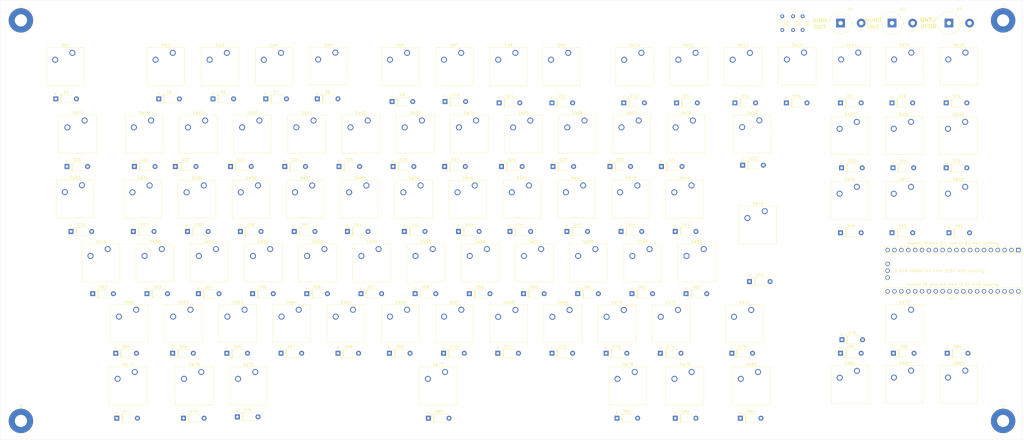
<source format=kicad_pcb>
(kicad_pcb (version 20171130) (host pcbnew 5.1.6-c6e7f7d~87~ubuntu20.04.1)
  (layers (0 F.Cu signal) (31 B.Cu signal) (34 B.Paste user) (35 F.Paste user) (36 B.SilkS user) (37 F.SilkS user) (38 B.Mask user) (39 F.Mask user) (44 Edge.Cuts user))
  (net 0 "")
  (net 1 COL1)
  (net 2 "Net-(D4-Pad2)")
  (net 3 "Net-(D5-Pad2)")
  (net 4 "Net-(D6-Pad2)")
  (net 5 COL2)
  (net 6 "Net-(D7-Pad2)")
  (net 7 "Net-(D8-Pad2)")
  (net 8 "Net-(D9-Pad2)")
  (net 9 "Net-(D10-Pad2)")
  (net 10 "Net-(D11-Pad2)")
  (net 11 "Net-(D12-Pad2)")
  (net 12 "Net-(D13-Pad2)")
  (net 13 COL3)
  (net 14 "Net-(D14-Pad2)")
  (net 15 "Net-(D15-Pad2)")
  (net 16 "Net-(D16-Pad2)")
  (net 17 "Net-(D17-Pad2)")
  (net 18 "Net-(D18-Pad2)")
  (net 19 COL4)
  (net 20 "Net-(D19-Pad2)")
  (net 21 "Net-(D20-Pad2)")
  (net 22 "Net-(D21-Pad2)")
  (net 23 "Net-(D22-Pad2)")
  (net 24 "Net-(D23-Pad2)")
  (net 25 "Net-(D24-Pad2)")
  (net 26 COL5)
  (net 27 "Net-(D25-Pad2)")
  (net 28 "Net-(D26-Pad2)")
  (net 29 "Net-(D27-Pad2)")
  (net 30 "Net-(D28-Pad2)")
  (net 31 "Net-(D29-Pad2)")
  (net 32 "Net-(D30-Pad2)")
  (net 33 COL6)
  (net 34 "Net-(D31-Pad2)")
  (net 35 "Net-(D32-Pad2)")
  (net 36 "Net-(D33-Pad2)")
  (net 37 "Net-(D34-Pad2)")
  (net 38 "Net-(D35-Pad2)")
  (net 39 "Net-(D36-Pad2)")
  (net 40 "Net-(D37-Pad2)")
  (net 41 "Net-(D38-Pad2)")
  (net 42 "Net-(D39-Pad2)")
  (net 43 COL7)
  (net 44 "Net-(D40-Pad2)")
  (net 45 "Net-(D41-Pad2)")
  (net 46 "Net-(D42-Pad2)")
  (net 47 COL8)
  (net 48 "Net-(D43-Pad2)")
  (net 49 "Net-(D44-Pad2)")
  (net 50 "Net-(D45-Pad2)")
  (net 51 "Net-(D46-Pad2)")
  (net 52 "Net-(D47-Pad2)")
  (net 53 "Net-(D48-Pad2)")
  (net 54 COL9)
  (net 55 "Net-(D49-Pad2)")
  (net 56 "Net-(D50-Pad2)")
  (net 57 "Net-(D51-Pad2)")
  (net 58 "Net-(D52-Pad2)")
  (net 59 "Net-(D53-Pad2)")
  (net 60 "Net-(D54-Pad2)")
  (net 61 COL10)
  (net 62 "Net-(D55-Pad2)")
  (net 63 "Net-(D56-Pad2)")
  (net 64 "Net-(D57-Pad2)")
  (net 65 "Net-(D58-Pad2)")
  (net 66 "Net-(D59-Pad2)")
  (net 67 "Net-(D60-Pad2)")
  (net 68 "Net-(D61-Pad2)")
  (net 69 COL11)
  (net 70 "Net-(D62-Pad2)")
  (net 71 "Net-(D63-Pad2)")
  (net 72 "Net-(D64-Pad2)")
  (net 73 "Net-(D65-Pad2)")
  (net 74 "Net-(D66-Pad2)")
  (net 75 COL12)
  (net 76 "Net-(D67-Pad2)")
  (net 77 "Net-(D68-Pad2)")
  (net 78 "Net-(D69-Pad2)")
  (net 79 "Net-(D70-Pad2)")
  (net 80 "Net-(D71-Pad2)")
  (net 81 "Net-(D72-Pad2)")
  (net 82 COL13)
  (net 83 "Net-(D73-Pad2)")
  (net 84 "Net-(D74-Pad2)")
  (net 85 "Net-(D75-Pad2)")
  (net 86 "Net-(D76-Pad2)")
  (net 87 "Net-(D77-Pad2)")
  (net 88 "Net-(D78-Pad2)")
  (net 89 COL14)
  (net 90 "Net-(D79-Pad2)")
  (net 91 "Net-(D80-Pad2)")
  (net 92 "Net-(D81-Pad2)")
  (net 93 "Net-(D82-Pad2)")
  (net 94 "Net-(D83-Pad2)")
  (net 95 "Net-(D84-Pad2)")
  (net 96 "Net-(D85-Pad2)")
  (net 97 COL15)
  (net 98 "Net-(D86-Pad2)")
  (net 99 COL16)
  (net 100 ROW5)
  (net 101 ROW6)
  (net 102 ROW1)
  (net 103 ROW2)
  (net 104 ROW3)
  (net 105 ROW4)
  (net 106 "Net-(D1-Pad2)")
  (net 107 "Net-(D2-Pad2)")
  (net 108 "Net-(D3-Pad2)")
  (net 109 GND)
  (net 110 "Net-(R1-Pad2)")
  (net 111 "Net-(R2-Pad2)")
  (net 112 "Net-(R3-Pad2)")
  (module Diode_THT:D_A-405_P7.62mm_Horizontal (layer F.Cu) (at 45.38 97.5)
    (fp_text reference D4 (at 3.81 -2.47) (layer F.SilkS))
    (fp_text value "1N4004-TP ")
    (fp_text user K (at 0 -1.9) (layer F.SilkS))
    (pad 1 thru_hole rect (at 0 0) (size 1.8 1.8) (drill 0.9) (layers *.Cu *.Mask) (net 1 COL1))
    (pad 2 thru_hole oval (at 7.62 0) (size 1.8 1.8) (drill 0.9) (layers *.Cu *.Mask) (net 2 "Net-(D4-Pad2)"))
  )
  (module Diode_THT:D_A-405_P7.62mm_Horizontal (layer F.Cu) (at 83.38 97.5)
    (fp_text reference D5 (at 3.81 -2.47) (layer F.SilkS))
    (fp_text value "1N4004-TP ")
    (fp_text user K (at 0 -1.9) (layer F.SilkS))
    (pad 1 thru_hole rect (at 0 0) (size 1.8 1.8) (drill 0.9) (layers *.Cu *.Mask) (net 5 COL2))
    (pad 2 thru_hole oval (at 7.62 0) (size 1.8 1.8) (drill 0.9) (layers *.Cu *.Mask) (net 3 "Net-(D5-Pad2)"))
  )
  (module Diode_THT:D_A-405_P7.62mm_Horizontal (layer F.Cu) (at 103.38 97.5)
    (fp_text reference D6 (at 3.81 -2.47) (layer F.SilkS))
    (fp_text value "1N4004-TP ")
    (fp_text user K (at 0 -1.9) (layer F.SilkS))
    (pad 2 thru_hole oval (at 7.62 0) (size 1.8 1.8) (drill 0.9) (layers *.Cu *.Mask) (net 4 "Net-(D6-Pad2)"))
    (pad 1 thru_hole rect (at 0 0) (size 1.8 1.8) (drill 0.9) (layers *.Cu *.Mask) (net 13 COL3))
  )
  (module Diode_THT:D_A-405_P7.62mm_Horizontal (layer F.Cu) (at 122.88 97.5)
    (fp_text reference D7 (at 3.81 -2.47) (layer F.SilkS))
    (fp_text value "1N4004-TP ")
    (fp_text user K (at 0 -1.9) (layer F.SilkS))
    (pad 1 thru_hole rect (at 0 0) (size 1.8 1.8) (drill 0.9) (layers *.Cu *.Mask) (net 19 COL4))
    (pad 2 thru_hole oval (at 7.62 0) (size 1.8 1.8) (drill 0.9) (layers *.Cu *.Mask) (net 6 "Net-(D7-Pad2)"))
  )
  (module Diode_THT:D_A-405_P7.62mm_Horizontal (layer F.Cu) (at 141.88 97.5)
    (fp_text reference D8 (at 3.81 -2.47) (layer F.SilkS))
    (fp_text value "1N4004-TP ")
    (fp_text user K (at 0 -1.9) (layer F.SilkS))
    (pad 2 thru_hole oval (at 7.62 0) (size 1.8 1.8) (drill 0.9) (layers *.Cu *.Mask) (net 7 "Net-(D8-Pad2)"))
    (pad 1 thru_hole rect (at 0 0) (size 1.8 1.8) (drill 0.9) (layers *.Cu *.Mask) (net 26 COL5))
  )
  (module Diode_THT:D_A-405_P7.62mm_Horizontal (layer F.Cu) (at 169.5 98.5)
    (fp_text reference D9 (at 3.81 -2.47) (layer F.SilkS))
    (fp_text value "1N4004-TP ")
    (fp_text user K (at 0 -1.9) (layer F.SilkS))
    (pad 1 thru_hole rect (at 0 0) (size 1.8 1.8) (drill 0.9) (layers *.Cu *.Mask) (net 33 COL6))
    (pad 2 thru_hole oval (at 7.62 0) (size 1.8 1.8) (drill 0.9) (layers *.Cu *.Mask) (net 8 "Net-(D9-Pad2)"))
  )
  (module Diode_THT:D_A-405_P7.62mm_Horizontal (layer F.Cu) (at 189 98.5)
    (fp_text reference D10 (at 3.81 -2.47) (layer F.SilkS))
    (fp_text value "1N4004-TP ")
    (fp_text user K (at 0 -1.9) (layer F.SilkS))
    (pad 1 thru_hole rect (at 0 0) (size 1.8 1.8) (drill 0.9) (layers *.Cu *.Mask) (net 43 COL7))
    (pad 2 thru_hole oval (at 7.62 0) (size 1.8 1.8) (drill 0.9) (layers *.Cu *.Mask) (net 9 "Net-(D10-Pad2)"))
  )
  (module Diode_THT:D_A-405_P7.62mm_Horizontal (layer F.Cu) (at 209 99)
    (fp_text reference D11 (at 3.81 -2.47) (layer F.SilkS))
    (fp_text value "1N4004-TP ")
    (fp_text user K (at 0 -1.9) (layer F.SilkS))
    (pad 2 thru_hole oval (at 7.62 0) (size 1.8 1.8) (drill 0.9) (layers *.Cu *.Mask) (net 10 "Net-(D11-Pad2)"))
    (pad 1 thru_hole rect (at 0 0) (size 1.8 1.8) (drill 0.9) (layers *.Cu *.Mask) (net 47 COL8))
  )
  (module Diode_THT:D_A-405_P7.62mm_Horizontal (layer F.Cu) (at 228.5 99)
    (fp_text reference D12 (at 3.81 -2.47) (layer F.SilkS))
    (fp_text value "1N4004-TP ")
    (fp_text user K (at 0 -1.9) (layer F.SilkS))
    (pad 1 thru_hole rect (at 0 0) (size 1.8 1.8) (drill 0.9) (layers *.Cu *.Mask) (net 54 COL9))
    (pad 2 thru_hole oval (at 7.62 0) (size 1.8 1.8) (drill 0.9) (layers *.Cu *.Mask) (net 11 "Net-(D12-Pad2)"))
  )
  (module Diode_THT:D_A-405_P7.62mm_Horizontal (layer F.Cu) (at 255 99)
    (fp_text reference D13 (at 3.81 -2.47) (layer F.SilkS))
    (fp_text value "1N4004-TP ")
    (fp_text user K (at 0 -1.9) (layer F.SilkS))
    (pad 2 thru_hole oval (at 7.62 0) (size 1.8 1.8) (drill 0.9) (layers *.Cu *.Mask) (net 12 "Net-(D13-Pad2)"))
    (pad 1 thru_hole rect (at 0 0) (size 1.8 1.8) (drill 0.9) (layers *.Cu *.Mask) (net 61 COL10))
  )
  (module Diode_THT:D_A-405_P7.62mm_Horizontal (layer F.Cu) (at 274.5 99)
    (fp_text reference D14 (at 3.81 -2.47) (layer F.SilkS))
    (fp_text value "1N4004-TP ")
    (fp_text user K (at 0 -1.9) (layer F.SilkS))
    (pad 2 thru_hole oval (at 7.62 0) (size 1.8 1.8) (drill 0.9) (layers *.Cu *.Mask) (net 14 "Net-(D14-Pad2)"))
    (pad 1 thru_hole rect (at 0 0) (size 1.8 1.8) (drill 0.9) (layers *.Cu *.Mask) (net 69 COL11))
  )
  (module Diode_THT:D_A-405_P7.62mm_Horizontal (layer F.Cu) (at 296 99)
    (fp_text reference D15 (at 3.81 -2.47) (layer F.SilkS))
    (fp_text value "1N4004-TP ")
    (fp_text user K (at 0 -1.9) (layer F.SilkS))
    (pad 2 thru_hole oval (at 7.62 0) (size 1.8 1.8) (drill 0.9) (layers *.Cu *.Mask) (net 15 "Net-(D15-Pad2)"))
    (pad 1 thru_hole rect (at 0 0) (size 1.8 1.8) (drill 0.9) (layers *.Cu *.Mask) (net 75 COL12))
  )
  (module Diode_THT:D_A-405_P7.62mm_Horizontal (layer F.Cu) (at 315 99)
    (fp_text reference D16 (at 3.81 -2.47) (layer F.SilkS))
    (fp_text value "1N4004-TP ")
    (fp_text user K (at 0 -1.9) (layer F.SilkS))
    (pad 2 thru_hole oval (at 7.62 0) (size 1.8 1.8) (drill 0.9) (layers *.Cu *.Mask) (net 16 "Net-(D16-Pad2)"))
    (pad 1 thru_hole rect (at 0 0) (size 1.8 1.8) (drill 0.9) (layers *.Cu *.Mask) (net 82 COL13))
  )
  (module Diode_THT:D_A-405_P7.62mm_Horizontal (layer F.Cu) (at 335 99)
    (fp_text reference D17 (at 3.81 -2.47) (layer F.SilkS))
    (fp_text value "1N4004-TP ")
    (fp_text user K (at 0 -1.9) (layer F.SilkS))
    (pad 1 thru_hole rect (at 0 0) (size 1.8 1.8) (drill 0.9) (layers *.Cu *.Mask) (net 89 COL14))
    (pad 2 thru_hole oval (at 7.62 0) (size 1.8 1.8) (drill 0.9) (layers *.Cu *.Mask) (net 17 "Net-(D17-Pad2)"))
  )
  (module Diode_THT:D_A-405_P7.62mm_Horizontal (layer F.Cu) (at 354 99)
    (fp_text reference D18 (at 3.81 -2.47) (layer F.SilkS))
    (fp_text value "1N4004-TP ")
    (fp_text user K (at 0 -1.9) (layer F.SilkS))
    (pad 2 thru_hole oval (at 7.62 0) (size 1.8 1.8) (drill 0.9) (layers *.Cu *.Mask) (net 18 "Net-(D18-Pad2)"))
    (pad 1 thru_hole rect (at 0 0) (size 1.8 1.8) (drill 0.9) (layers *.Cu *.Mask) (net 97 COL15))
  )
  (module Diode_THT:D_A-405_P7.62mm_Horizontal (layer F.Cu) (at 374 99)
    (fp_text reference D19 (at 3.81 -2.47) (layer F.SilkS))
    (fp_text value "1N4004-TP ")
    (fp_text user K (at 0 -1.9) (layer F.SilkS))
    (pad 1 thru_hole rect (at 0 0) (size 1.8 1.8) (drill 0.9) (layers *.Cu *.Mask) (net 99 COL16))
    (pad 2 thru_hole oval (at 7.62 0) (size 1.8 1.8) (drill 0.9) (layers *.Cu *.Mask) (net 20 "Net-(D19-Pad2)"))
  )
  (module Diode_THT:D_A-405_P7.62mm_Horizontal (layer F.Cu) (at 49.5 122.5)
    (fp_text reference D20 (at 3.81 -2.47) (layer F.SilkS))
    (fp_text value "1N4004-TP ")
    (fp_text user K (at 0 -1.9) (layer F.SilkS))
    (pad 2 thru_hole oval (at 7.62 0) (size 1.8 1.8) (drill 0.9) (layers *.Cu *.Mask) (net 21 "Net-(D20-Pad2)"))
    (pad 1 thru_hole rect (at 0 0) (size 1.8 1.8) (drill 0.9) (layers *.Cu *.Mask) (net 1 COL1))
  )
  (module Diode_THT:D_A-405_P7.62mm_Horizontal (layer F.Cu) (at 74.38 122.5)
    (fp_text reference D21 (at 3.81 -2.47) (layer F.SilkS))
    (fp_text value "1N4004-TP ")
    (fp_text user K (at 0 -1.9) (layer F.SilkS))
    (pad 2 thru_hole oval (at 7.62 0) (size 1.8 1.8) (drill 0.9) (layers *.Cu *.Mask) (net 22 "Net-(D21-Pad2)"))
    (pad 1 thru_hole rect (at 0 0) (size 1.8 1.8) (drill 0.9) (layers *.Cu *.Mask) (net 5 COL2))
  )
  (module Diode_THT:D_A-405_P7.62mm_Horizontal (layer F.Cu) (at 89.5 122.5)
    (fp_text reference D22 (at 3.81 -2.47) (layer F.SilkS))
    (fp_text value "1N4004-TP ")
    (fp_text user K (at 0 -1.9) (layer F.SilkS))
    (pad 2 thru_hole oval (at 7.62 0) (size 1.8 1.8) (drill 0.9) (layers *.Cu *.Mask) (net 23 "Net-(D22-Pad2)"))
    (pad 1 thru_hole rect (at 0 0) (size 1.8 1.8) (drill 0.9) (layers *.Cu *.Mask) (net 13 COL3))
  )
  (module Diode_THT:D_A-405_P7.62mm_Horizontal (layer F.Cu) (at 109.88 122.5)
    (fp_text reference D23 (at 3.81 -2.47) (layer F.SilkS))
    (fp_text value "1N4004-TP ")
    (fp_text user K (at 0 -1.9) (layer F.SilkS))
    (pad 1 thru_hole rect (at 0 0) (size 1.8 1.8) (drill 0.9) (layers *.Cu *.Mask) (net 19 COL4))
    (pad 2 thru_hole oval (at 7.62 0) (size 1.8 1.8) (drill 0.9) (layers *.Cu *.Mask) (net 24 "Net-(D23-Pad2)"))
  )
  (module Diode_THT:D_A-405_P7.62mm_Horizontal (layer F.Cu) (at 129.88 122.5)
    (fp_text reference D24 (at 3.81 -2.47) (layer F.SilkS))
    (fp_text value "1N4004-TP ")
    (fp_text user K (at 0 -1.9) (layer F.SilkS))
    (pad 2 thru_hole oval (at 7.62 0) (size 1.8 1.8) (drill 0.9) (layers *.Cu *.Mask) (net 25 "Net-(D24-Pad2)"))
    (pad 1 thru_hole rect (at 0 0) (size 1.8 1.8) (drill 0.9) (layers *.Cu *.Mask) (net 26 COL5))
  )
  (module Diode_THT:D_A-405_P7.62mm_Horizontal (layer F.Cu) (at 149.88 122.5)
    (fp_text reference D25 (at 3.81 -2.47) (layer F.SilkS))
    (fp_text value "1N4004-TP ")
    (fp_text user K (at 0 -1.9) (layer F.SilkS))
    (pad 1 thru_hole rect (at 0 0) (size 1.8 1.8) (drill 0.9) (layers *.Cu *.Mask) (net 33 COL6))
    (pad 2 thru_hole oval (at 7.62 0) (size 1.8 1.8) (drill 0.9) (layers *.Cu *.Mask) (net 27 "Net-(D25-Pad2)"))
  )
  (module Diode_THT:D_A-405_P7.62mm_Horizontal (layer F.Cu) (at 169.88 122.5)
    (fp_text reference D26 (at 3.81 -2.47) (layer F.SilkS))
    (fp_text value "1N4004-TP ")
    (fp_text user K (at 0 -1.9) (layer F.SilkS))
    (pad 1 thru_hole rect (at 0 0) (size 1.8 1.8) (drill 0.9) (layers *.Cu *.Mask) (net 43 COL7))
    (pad 2 thru_hole oval (at 7.62 0) (size 1.8 1.8) (drill 0.9) (layers *.Cu *.Mask) (net 28 "Net-(D26-Pad2)"))
  )
  (module Diode_THT:D_A-405_P7.62mm_Horizontal (layer F.Cu) (at 188.88 122.5)
    (fp_text reference D27 (at 3.81 -2.47) (layer F.SilkS))
    (fp_text value "1N4004-TP ")
    (fp_text user K (at 0 -1.9) (layer F.SilkS))
    (pad 1 thru_hole rect (at 0 0) (size 1.8 1.8) (drill 0.9) (layers *.Cu *.Mask) (net 47 COL8))
    (pad 2 thru_hole oval (at 7.62 0) (size 1.8 1.8) (drill 0.9) (layers *.Cu *.Mask) (net 29 "Net-(D27-Pad2)"))
  )
  (module Diode_THT:D_A-405_P7.62mm_Horizontal (layer F.Cu) (at 209.88 122.5)
    (fp_text reference D28 (at 3.81 -2.47) (layer F.SilkS))
    (fp_text value "1N4004-TP ")
    (fp_text user K (at 0 -1.9) (layer F.SilkS))
    (pad 1 thru_hole rect (at 0 0) (size 1.8 1.8) (drill 0.9) (layers *.Cu *.Mask) (net 54 COL9))
    (pad 2 thru_hole oval (at 7.62 0) (size 1.8 1.8) (drill 0.9) (layers *.Cu *.Mask) (net 30 "Net-(D28-Pad2)"))
  )
  (module Diode_THT:D_A-405_P7.62mm_Horizontal (layer F.Cu) (at 228.88 122.5)
    (fp_text reference D29 (at 3.81 -2.47) (layer F.SilkS))
    (fp_text value "1N4004-TP ")
    (fp_text user K (at 0 -1.9) (layer F.SilkS))
    (pad 2 thru_hole oval (at 7.62 0) (size 1.8 1.8) (drill 0.9) (layers *.Cu *.Mask) (net 31 "Net-(D29-Pad2)"))
    (pad 1 thru_hole rect (at 0 0) (size 1.8 1.8) (drill 0.9) (layers *.Cu *.Mask) (net 61 COL10))
  )
  (module Diode_THT:D_A-405_P7.62mm_Horizontal (layer F.Cu) (at 249.88 122.5)
    (fp_text reference D30 (at 3.81 -2.47) (layer F.SilkS))
    (fp_text value "1N4004-TP ")
    (fp_text user K (at 0 -1.9) (layer F.SilkS))
    (pad 1 thru_hole rect (at 0 0) (size 1.8 1.8) (drill 0.9) (layers *.Cu *.Mask) (net 69 COL11))
    (pad 2 thru_hole oval (at 7.62 0) (size 1.8 1.8) (drill 0.9) (layers *.Cu *.Mask) (net 32 "Net-(D30-Pad2)"))
  )
  (module Diode_THT:D_A-405_P7.62mm_Horizontal (layer F.Cu) (at 268.88 122.5)
    (fp_text reference D31 (at 3.81 -2.47) (layer F.SilkS))
    (fp_text value "1N4004-TP ")
    (fp_text user K (at 0 -1.9) (layer F.SilkS))
    (pad 1 thru_hole rect (at 0 0) (size 1.8 1.8) (drill 0.9) (layers *.Cu *.Mask) (net 75 COL12))
    (pad 2 thru_hole oval (at 7.62 0) (size 1.8 1.8) (drill 0.9) (layers *.Cu *.Mask) (net 34 "Net-(D31-Pad2)"))
  )
  (module Diode_THT:D_A-405_P7.62mm_Horizontal (layer F.Cu) (at 298.88 122)
    (fp_text reference D32 (at 3.81 -2.47) (layer F.SilkS))
    (fp_text value "1N4004-TP ")
    (fp_text user K (at 0 -1.9) (layer F.SilkS))
    (pad 2 thru_hole oval (at 7.62 0) (size 1.8 1.8) (drill 0.9) (layers *.Cu *.Mask) (net 35 "Net-(D32-Pad2)"))
    (pad 1 thru_hole rect (at 0 0) (size 1.8 1.8) (drill 0.9) (layers *.Cu *.Mask) (net 82 COL13))
  )
  (module Diode_THT:D_A-405_P7.62mm_Horizontal (layer F.Cu) (at 335.38 123)
    (fp_text reference D33 (at 3.81 -2.47) (layer F.SilkS))
    (fp_text value "1N4004-TP ")
    (fp_text user K (at 0 -1.9) (layer F.SilkS))
    (pad 2 thru_hole oval (at 7.62 0) (size 1.8 1.8) (drill 0.9) (layers *.Cu *.Mask) (net 36 "Net-(D33-Pad2)"))
    (pad 1 thru_hole rect (at 0 0) (size 1.8 1.8) (drill 0.9) (layers *.Cu *.Mask) (net 89 COL14))
  )
  (module Diode_THT:D_A-405_P7.62mm_Horizontal (layer F.Cu) (at 354.38 123)
    (fp_text reference D34 (at 3.81 -2.47) (layer F.SilkS))
    (fp_text value "1N4004-TP ")
    (fp_text user K (at 0 -1.9) (layer F.SilkS))
    (pad 2 thru_hole oval (at 7.62 0) (size 1.8 1.8) (drill 0.9) (layers *.Cu *.Mask) (net 37 "Net-(D34-Pad2)"))
    (pad 1 thru_hole rect (at 0 0) (size 1.8 1.8) (drill 0.9) (layers *.Cu *.Mask) (net 97 COL15))
  )
  (module Diode_THT:D_A-405_P7.62mm_Horizontal (layer F.Cu) (at 374 123)
    (fp_text reference D35 (at 3.81 -2.47) (layer F.SilkS))
    (fp_text value "1N4004-TP ")
    (fp_text user K (at 0 -1.9) (layer F.SilkS))
    (pad 1 thru_hole rect (at 0 0) (size 1.8 1.8) (drill 0.9) (layers *.Cu *.Mask) (net 99 COL16))
    (pad 2 thru_hole oval (at 7.62 0) (size 1.8 1.8) (drill 0.9) (layers *.Cu *.Mask) (net 38 "Net-(D35-Pad2)"))
  )
  (module Diode_THT:D_A-405_P7.62mm_Horizontal (layer F.Cu) (at 51 146.5)
    (fp_text reference D36 (at 3.81 -2.47) (layer F.SilkS))
    (fp_text value "1N4004-TP ")
    (fp_text user K (at 0 -1.9) (layer F.SilkS))
    (pad 1 thru_hole rect (at 0 0) (size 1.8 1.8) (drill 0.9) (layers *.Cu *.Mask) (net 1 COL1))
    (pad 2 thru_hole oval (at 7.62 0) (size 1.8 1.8) (drill 0.9) (layers *.Cu *.Mask) (net 39 "Net-(D36-Pad2)"))
  )
  (module Diode_THT:D_A-405_P7.62mm_Horizontal (layer F.Cu) (at 74 146.5)
    (fp_text reference D37 (at 3.81 -2.47) (layer F.SilkS))
    (fp_text value "1N4004-TP ")
    (fp_text user K (at 0 -1.9) (layer F.SilkS))
    (pad 2 thru_hole oval (at 7.62 0) (size 1.8 1.8) (drill 0.9) (layers *.Cu *.Mask) (net 40 "Net-(D37-Pad2)"))
    (pad 1 thru_hole rect (at 0 0) (size 1.8 1.8) (drill 0.9) (layers *.Cu *.Mask) (net 5 COL2))
  )
  (module Diode_THT:D_A-405_P7.62mm_Horizontal (layer F.Cu) (at 94 146.5)
    (fp_text reference D38 (at 3.81 -2.47) (layer F.SilkS))
    (fp_text value "1N4004-TP ")
    (fp_text user K (at 0 -1.9) (layer F.SilkS))
    (pad 2 thru_hole oval (at 7.62 0) (size 1.8 1.8) (drill 0.9) (layers *.Cu *.Mask) (net 41 "Net-(D38-Pad2)"))
    (pad 1 thru_hole rect (at 0 0) (size 1.8 1.8) (drill 0.9) (layers *.Cu *.Mask) (net 13 COL3))
  )
  (module Diode_THT:D_A-405_P7.62mm_Horizontal (layer F.Cu) (at 113.5 146.5)
    (fp_text reference D39 (at 3.81 -2.47) (layer F.SilkS))
    (fp_text value "1N4004-TP ")
    (fp_text user K (at 0 -1.9) (layer F.SilkS))
    (pad 2 thru_hole oval (at 7.62 0) (size 1.8 1.8) (drill 0.9) (layers *.Cu *.Mask) (net 42 "Net-(D39-Pad2)"))
    (pad 1 thru_hole rect (at 0 0) (size 1.8 1.8) (drill 0.9) (layers *.Cu *.Mask) (net 19 COL4))
  )
  (module Diode_THT:D_A-405_P7.62mm_Horizontal (layer F.Cu) (at 133.38 146.5)
    (fp_text reference D40 (at 3.81 -2.47) (layer F.SilkS))
    (fp_text value "1N4004-TP ")
    (fp_text user K (at 0 -1.9) (layer F.SilkS))
    (pad 2 thru_hole oval (at 7.62 0) (size 1.8 1.8) (drill 0.9) (layers *.Cu *.Mask) (net 44 "Net-(D40-Pad2)"))
    (pad 1 thru_hole rect (at 0 0) (size 1.8 1.8) (drill 0.9) (layers *.Cu *.Mask) (net 26 COL5))
  )
  (module Diode_THT:D_A-405_P7.62mm_Horizontal (layer F.Cu) (at 153 146.5)
    (fp_text reference D41 (at 3.81 -2.47) (layer F.SilkS))
    (fp_text value "1N4004-TP ")
    (fp_text user K (at 0 -1.9) (layer F.SilkS))
    (pad 2 thru_hole oval (at 7.62 0) (size 1.8 1.8) (drill 0.9) (layers *.Cu *.Mask) (net 45 "Net-(D41-Pad2)"))
    (pad 1 thru_hole rect (at 0 0) (size 1.8 1.8) (drill 0.9) (layers *.Cu *.Mask) (net 33 COL6))
  )
  (module Diode_THT:D_A-405_P7.62mm_Horizontal (layer F.Cu) (at 174 146.5)
    (fp_text reference D42 (at 3.81 -2.47) (layer F.SilkS))
    (fp_text value "1N4004-TP ")
    (fp_text user K (at 0 -1.9) (layer F.SilkS))
    (pad 1 thru_hole rect (at 0 0) (size 1.8 1.8) (drill 0.9) (layers *.Cu *.Mask) (net 43 COL7))
    (pad 2 thru_hole oval (at 7.62 0) (size 1.8 1.8) (drill 0.9) (layers *.Cu *.Mask) (net 46 "Net-(D42-Pad2)"))
  )
  (module Diode_THT:D_A-405_P7.62mm_Horizontal (layer F.Cu) (at 194 146.5)
    (fp_text reference D43 (at 3.81 -2.47) (layer F.SilkS))
    (fp_text value "1N4004-TP ")
    (fp_text user K (at 0 -1.9) (layer F.SilkS))
    (pad 1 thru_hole rect (at 0 0) (size 1.8 1.8) (drill 0.9) (layers *.Cu *.Mask) (net 47 COL8))
    (pad 2 thru_hole oval (at 7.62 0) (size 1.8 1.8) (drill 0.9) (layers *.Cu *.Mask) (net 48 "Net-(D43-Pad2)"))
  )
  (module Diode_THT:D_A-405_P7.62mm_Horizontal (layer F.Cu) (at 213 146.5)
    (fp_text reference D44 (at 3.81 -2.47) (layer F.SilkS))
    (fp_text value "1N4004-TP ")
    (fp_text user K (at 0 -1.9) (layer F.SilkS))
    (pad 1 thru_hole rect (at 0 0) (size 1.8 1.8) (drill 0.9) (layers *.Cu *.Mask) (net 54 COL9))
    (pad 2 thru_hole oval (at 7.62 0) (size 1.8 1.8) (drill 0.9) (layers *.Cu *.Mask) (net 49 "Net-(D44-Pad2)"))
  )
  (module Diode_THT:D_A-405_P7.62mm_Horizontal (layer F.Cu) (at 234 146.5)
    (fp_text reference D45 (at 3.81 -2.47) (layer F.SilkS))
    (fp_text value "1N4004-TP ")
    (fp_text user K (at 0 -1.9) (layer F.SilkS))
    (pad 1 thru_hole rect (at 0 0) (size 1.8 1.8) (drill 0.9) (layers *.Cu *.Mask) (net 61 COL10))
    (pad 2 thru_hole oval (at 7.62 0) (size 1.8 1.8) (drill 0.9) (layers *.Cu *.Mask) (net 50 "Net-(D45-Pad2)"))
  )
  (module Diode_THT:D_A-405_P7.62mm_Horizontal (layer F.Cu) (at 254 146.5)
    (fp_text reference D46 (at 3.81 -2.47) (layer F.SilkS))
    (fp_text value "1N4004-TP ")
    (fp_text user K (at 0 -1.9) (layer F.SilkS))
    (pad 1 thru_hole rect (at 0 0) (size 1.8 1.8) (drill 0.9) (layers *.Cu *.Mask) (net 69 COL11))
    (pad 2 thru_hole oval (at 7.62 0) (size 1.8 1.8) (drill 0.9) (layers *.Cu *.Mask) (net 51 "Net-(D46-Pad2)"))
  )
  (module Diode_THT:D_A-405_P7.62mm_Horizontal (layer F.Cu) (at 274 146.5)
    (fp_text reference D47 (at 3.81 -2.47) (layer F.SilkS))
    (fp_text value "1N4004-TP ")
    (fp_text user K (at 0 -1.9) (layer F.SilkS))
    (pad 1 thru_hole rect (at 0 0) (size 1.8 1.8) (drill 0.9) (layers *.Cu *.Mask) (net 75 COL12))
    (pad 2 thru_hole oval (at 7.62 0) (size 1.8 1.8) (drill 0.9) (layers *.Cu *.Mask) (net 52 "Net-(D47-Pad2)"))
  )
  (module Diode_THT:D_A-405_P7.62mm_Horizontal (layer F.Cu) (at 301.38 165)
    (fp_text reference D48 (at 3.81 -2.47) (layer F.SilkS))
    (fp_text value "1N4004-TP ")
    (fp_text user K (at 0 -1.9) (layer F.SilkS))
    (pad 2 thru_hole oval (at 7.62 0) (size 1.8 1.8) (drill 0.9) (layers *.Cu *.Mask) (net 53 "Net-(D48-Pad2)"))
    (pad 1 thru_hole rect (at 0 0) (size 1.8 1.8) (drill 0.9) (layers *.Cu *.Mask) (net 82 COL13))
  )
  (module Diode_THT:D_A-405_P7.62mm_Horizontal (layer F.Cu) (at 335 147)
    (fp_text reference D49 (at 3.81 -2.47) (layer F.SilkS))
    (fp_text value "1N4004-TP ")
    (fp_text user K (at 0 -1.9) (layer F.SilkS))
    (pad 1 thru_hole rect (at 0 0) (size 1.8 1.8) (drill 0.9) (layers *.Cu *.Mask) (net 89 COL14))
    (pad 2 thru_hole oval (at 7.62 0) (size 1.8 1.8) (drill 0.9) (layers *.Cu *.Mask) (net 55 "Net-(D49-Pad2)"))
  )
  (module Diode_THT:D_A-405_P7.62mm_Horizontal (layer F.Cu) (at 354 147)
    (fp_text reference D50 (at 3.81 -2.47) (layer F.SilkS))
    (fp_text value "1N4004-TP ")
    (fp_text user K (at 0 -1.9) (layer F.SilkS))
    (pad 2 thru_hole oval (at 7.62 0) (size 1.8 1.8) (drill 0.9) (layers *.Cu *.Mask) (net 56 "Net-(D50-Pad2)"))
    (pad 1 thru_hole rect (at 0 0) (size 1.8 1.8) (drill 0.9) (layers *.Cu *.Mask) (net 97 COL15))
  )
  (module Diode_THT:D_A-405_P7.62mm_Horizontal (layer F.Cu) (at 375 147)
    (fp_text reference D51 (at 3.81 -2.47) (layer F.SilkS))
    (fp_text value "1N4004-TP ")
    (fp_text user K (at 0 -1.9) (layer F.SilkS))
    (pad 2 thru_hole oval (at 7.62 0) (size 1.8 1.8) (drill 0.9) (layers *.Cu *.Mask) (net 57 "Net-(D51-Pad2)"))
    (pad 1 thru_hole rect (at 0 0) (size 1.8 1.8) (drill 0.9) (layers *.Cu *.Mask) (net 99 COL16))
  )
  (module Diode_THT:D_A-405_P7.62mm_Horizontal (layer F.Cu) (at 59 169.5)
    (fp_text reference D52 (at 3.81 -2.47) (layer F.SilkS))
    (fp_text value "1N4004-TP ")
    (fp_text user K (at 0 -1.9) (layer F.SilkS))
    (pad 2 thru_hole oval (at 7.62 0) (size 1.8 1.8) (drill 0.9) (layers *.Cu *.Mask) (net 58 "Net-(D52-Pad2)"))
    (pad 1 thru_hole rect (at 0 0) (size 1.8 1.8) (drill 0.9) (layers *.Cu *.Mask) (net 1 COL1))
  )
  (module Diode_THT:D_A-405_P7.62mm_Horizontal (layer F.Cu) (at 79 169.5)
    (fp_text reference D53 (at 3.81 -2.47) (layer F.SilkS))
    (fp_text value "1N4004-TP ")
    (fp_text user K (at 0 -1.9) (layer F.SilkS))
    (pad 2 thru_hole oval (at 7.62 0) (size 1.8 1.8) (drill 0.9) (layers *.Cu *.Mask) (net 59 "Net-(D53-Pad2)"))
    (pad 1 thru_hole rect (at 0 0) (size 1.8 1.8) (drill 0.9) (layers *.Cu *.Mask) (net 5 COL2))
  )
  (module Diode_THT:D_A-405_P7.62mm_Horizontal (layer F.Cu) (at 98 169.5)
    (fp_text reference D54 (at 3.81 -2.47) (layer F.SilkS))
    (fp_text value "1N4004-TP ")
    (fp_text user K (at 0 -1.9) (layer F.SilkS))
    (pad 1 thru_hole rect (at 0 0) (size 1.8 1.8) (drill 0.9) (layers *.Cu *.Mask) (net 13 COL3))
    (pad 2 thru_hole oval (at 7.62 0) (size 1.8 1.8) (drill 0.9) (layers *.Cu *.Mask) (net 60 "Net-(D54-Pad2)"))
  )
  (module Diode_THT:D_A-405_P7.62mm_Horizontal (layer F.Cu) (at 118 169.5)
    (fp_text reference D55 (at 3.81 -2.47) (layer F.SilkS))
    (fp_text value "1N4004-TP ")
    (fp_text user K (at 0 -1.9) (layer F.SilkS))
    (pad 1 thru_hole rect (at 0 0) (size 1.8 1.8) (drill 0.9) (layers *.Cu *.Mask) (net 19 COL4))
    (pad 2 thru_hole oval (at 7.62 0) (size 1.8 1.8) (drill 0.9) (layers *.Cu *.Mask) (net 62 "Net-(D55-Pad2)"))
  )
  (module Diode_THT:D_A-405_P7.62mm_Horizontal (layer F.Cu) (at 138 169.5)
    (fp_text reference D56 (at 3.81 -2.47) (layer F.SilkS))
    (fp_text value "1N4004-TP ")
    (fp_text user K (at 0 -1.9) (layer F.SilkS))
    (pad 2 thru_hole oval (at 7.62 0) (size 1.8 1.8) (drill 0.9) (layers *.Cu *.Mask) (net 63 "Net-(D56-Pad2)"))
    (pad 1 thru_hole rect (at 0 0) (size 1.8 1.8) (drill 0.9) (layers *.Cu *.Mask) (net 26 COL5))
  )
  (module Diode_THT:D_A-405_P7.62mm_Horizontal (layer F.Cu) (at 158 169.5)
    (fp_text reference D57 (at 3.81 -2.47) (layer F.SilkS))
    (fp_text value "1N4004-TP ")
    (fp_text user K (at 0 -1.9) (layer F.SilkS))
    (pad 2 thru_hole oval (at 7.62 0) (size 1.8 1.8) (drill 0.9) (layers *.Cu *.Mask) (net 64 "Net-(D57-Pad2)"))
    (pad 1 thru_hole rect (at 0 0) (size 1.8 1.8) (drill 0.9) (layers *.Cu *.Mask) (net 33 COL6))
  )
  (module Diode_THT:D_A-405_P7.62mm_Horizontal (layer F.Cu) (at 178 169.5)
    (fp_text reference D58 (at 3.81 -2.47) (layer F.SilkS))
    (fp_text value "1N4004-TP ")
    (fp_text user K (at 0 -1.9) (layer F.SilkS))
    (pad 2 thru_hole oval (at 7.62 0) (size 1.8 1.8) (drill 0.9) (layers *.Cu *.Mask) (net 65 "Net-(D58-Pad2)"))
    (pad 1 thru_hole rect (at 0 0) (size 1.8 1.8) (drill 0.9) (layers *.Cu *.Mask) (net 43 COL7))
  )
  (module Diode_THT:D_A-405_P7.62mm_Horizontal (layer F.Cu) (at 198 169.5)
    (fp_text reference D59 (at 3.81 -2.47) (layer F.SilkS))
    (fp_text value "1N4004-TP ")
    (fp_text user K (at 0 -1.9) (layer F.SilkS))
    (pad 2 thru_hole oval (at 7.62 0) (size 1.8 1.8) (drill 0.9) (layers *.Cu *.Mask) (net 66 "Net-(D59-Pad2)"))
    (pad 1 thru_hole rect (at 0 0) (size 1.8 1.8) (drill 0.9) (layers *.Cu *.Mask) (net 47 COL8))
  )
  (module Diode_THT:D_A-405_P7.62mm_Horizontal (layer F.Cu) (at 218 169.5)
    (fp_text reference D60 (at 3.81 -2.47) (layer F.SilkS))
    (fp_text value "1N4004-TP ")
    (fp_text user K (at 0 -1.9) (layer F.SilkS))
    (pad 1 thru_hole rect (at 0 0) (size 1.8 1.8) (drill 0.9) (layers *.Cu *.Mask) (net 54 COL9))
    (pad 2 thru_hole oval (at 7.62 0) (size 1.8 1.8) (drill 0.9) (layers *.Cu *.Mask) (net 67 "Net-(D60-Pad2)"))
  )
  (module Diode_THT:D_A-405_P7.62mm_Horizontal (layer F.Cu) (at 88.5 191.5)
    (fp_text reference D65 (at 3.81 -2.47) (layer F.SilkS))
    (fp_text value "1N4004-TP ")
    (fp_text user K (at 0 -1.9) (layer F.SilkS))
    (pad 1 thru_hole rect (at 0 0) (size 1.8 1.8) (drill 0.9) (layers *.Cu *.Mask) (net 5 COL2))
    (pad 2 thru_hole oval (at 7.62 0) (size 1.8 1.8) (drill 0.9) (layers *.Cu *.Mask) (net 73 "Net-(D65-Pad2)"))
  )
  (module Diode_THT:D_A-405_P7.62mm_Horizontal (layer F.Cu) (at 108.5 191.5)
    (fp_text reference D66 (at 3.81 -2.47) (layer F.SilkS))
    (fp_text value "1N4004-TP ")
    (fp_text user K (at 0 -1.9) (layer F.SilkS))
    (pad 2 thru_hole oval (at 7.62 0) (size 1.8 1.8) (drill 0.9) (layers *.Cu *.Mask) (net 74 "Net-(D66-Pad2)"))
    (pad 1 thru_hole rect (at 0 0) (size 1.8 1.8) (drill 0.9) (layers *.Cu *.Mask) (net 13 COL3))
  )
  (module Diode_THT:D_A-405_P7.62mm_Horizontal (layer F.Cu) (at 128.5 191.5)
    (fp_text reference D67 (at 3.81 -2.47) (layer F.SilkS))
    (fp_text value "1N4004-TP ")
    (fp_text user K (at 0 -1.9) (layer F.SilkS))
    (pad 1 thru_hole rect (at 0 0) (size 1.8 1.8) (drill 0.9) (layers *.Cu *.Mask) (net 19 COL4))
    (pad 2 thru_hole oval (at 7.62 0) (size 1.8 1.8) (drill 0.9) (layers *.Cu *.Mask) (net 76 "Net-(D67-Pad2)"))
  )
  (module Diode_THT:D_A-405_P7.62mm_Horizontal (layer F.Cu) (at 149.5 191.5)
    (fp_text reference D68 (at 3.81 -2.47) (layer F.SilkS))
    (fp_text value "1N4004-TP ")
    (fp_text user K (at 0 -1.9) (layer F.SilkS))
    (pad 1 thru_hole rect (at 0 0) (size 1.8 1.8) (drill 0.9) (layers *.Cu *.Mask) (net 26 COL5))
    (pad 2 thru_hole oval (at 7.62 0) (size 1.8 1.8) (drill 0.9) (layers *.Cu *.Mask) (net 77 "Net-(D68-Pad2)"))
  )
  (module Diode_THT:D_A-405_P7.62mm_Horizontal (layer F.Cu) (at 168.5 191.5)
    (fp_text reference D69 (at 3.81 -2.47) (layer F.SilkS))
    (fp_text value "1N4004-TP ")
    (fp_text user K (at 0 -1.9) (layer F.SilkS))
    (pad 2 thru_hole oval (at 7.62 0) (size 1.8 1.8) (drill 0.9) (layers *.Cu *.Mask) (net 78 "Net-(D69-Pad2)"))
    (pad 1 thru_hole rect (at 0 0) (size 1.8 1.8) (drill 0.9) (layers *.Cu *.Mask) (net 33 COL6))
  )
  (module Diode_THT:D_A-405_P7.62mm_Horizontal (layer F.Cu) (at 188.5 191.5)
    (fp_text reference D70 (at 3.81 -2.47) (layer F.SilkS))
    (fp_text value "1N4004-TP ")
    (fp_text user K (at 0 -1.9) (layer F.SilkS))
    (pad 2 thru_hole oval (at 7.62 0) (size 1.8 1.8) (drill 0.9) (layers *.Cu *.Mask) (net 79 "Net-(D70-Pad2)"))
    (pad 1 thru_hole rect (at 0 0) (size 1.8 1.8) (drill 0.9) (layers *.Cu *.Mask) (net 43 COL7))
  )
  (module Diode_THT:D_A-405_P7.62mm_Horizontal (layer F.Cu) (at 208.5 191.5)
    (fp_text reference D71 (at 3.81 -2.47) (layer F.SilkS))
    (fp_text value "1N4004-TP ")
    (fp_text user K (at 0 -1.9) (layer F.SilkS))
    (pad 2 thru_hole oval (at 7.62 0) (size 1.8 1.8) (drill 0.9) (layers *.Cu *.Mask) (net 80 "Net-(D71-Pad2)"))
    (pad 1 thru_hole rect (at 0 0) (size 1.8 1.8) (drill 0.9) (layers *.Cu *.Mask) (net 47 COL8))
  )
  (module Diode_THT:D_A-405_P7.62mm_Horizontal (layer F.Cu) (at 228.5 191.5)
    (fp_text reference D72 (at 3.81 -2.47) (layer F.SilkS))
    (fp_text value "1N4004-TP ")
    (fp_text user K (at 0 -1.9) (layer F.SilkS))
    (pad 1 thru_hole rect (at 0 0) (size 1.8 1.8) (drill 0.9) (layers *.Cu *.Mask) (net 54 COL9))
    (pad 2 thru_hole oval (at 7.62 0) (size 1.8 1.8) (drill 0.9) (layers *.Cu *.Mask) (net 81 "Net-(D72-Pad2)"))
  )
  (module Diode_THT:D_A-405_P7.62mm_Horizontal (layer F.Cu) (at 248.5 191.5)
    (fp_text reference D73 (at 3.81 -2.47) (layer F.SilkS))
    (fp_text value "1N4004-TP ")
    (fp_text user K (at 0 -1.9) (layer F.SilkS))
    (pad 1 thru_hole rect (at 0 0) (size 1.8 1.8) (drill 0.9) (layers *.Cu *.Mask) (net 61 COL10))
    (pad 2 thru_hole oval (at 7.62 0) (size 1.8 1.8) (drill 0.9) (layers *.Cu *.Mask) (net 83 "Net-(D73-Pad2)"))
  )
  (module Diode_THT:D_A-405_P7.62mm_Horizontal (layer F.Cu) (at 268.5 191.5)
    (fp_text reference D74 (at 3.81 -2.47) (layer F.SilkS))
    (fp_text value "1N4004-TP ")
    (fp_text user K (at 0 -1.9) (layer F.SilkS))
    (pad 1 thru_hole rect (at 0 0) (size 1.8 1.8) (drill 0.9) (layers *.Cu *.Mask) (net 69 COL11))
    (pad 2 thru_hole oval (at 7.62 0) (size 1.8 1.8) (drill 0.9) (layers *.Cu *.Mask) (net 84 "Net-(D74-Pad2)"))
  )
  (module Diode_THT:D_A-405_P7.62mm_Horizontal (layer F.Cu) (at 294.88 191.5)
    (fp_text reference D75 (at 3.81 -2.47) (layer F.SilkS))
    (fp_text value "1N4004-TP ")
    (fp_text user K (at 0 -1.9) (layer F.SilkS))
    (pad 1 thru_hole rect (at 0 0) (size 1.8 1.8) (drill 0.9) (layers *.Cu *.Mask) (net 75 COL12))
    (pad 2 thru_hole oval (at 7.62 0) (size 1.8 1.8) (drill 0.9) (layers *.Cu *.Mask) (net 85 "Net-(D75-Pad2)"))
  )
  (module Diode_THT:D_A-405_P7.62mm_Horizontal (layer F.Cu) (at 335.5 186.5)
    (fp_text reference D76 (at 3.81 -2.47) (layer F.SilkS))
    (fp_text value "1N4004-TP ")
    (fp_text user K (at 0 -1.9) (layer F.SilkS))
    (pad 2 thru_hole oval (at 7.62 0) (size 1.8 1.8) (drill 0.9) (layers *.Cu *.Mask) (net 86 "Net-(D76-Pad2)"))
    (pad 1 thru_hole rect (at 0 0) (size 1.8 1.8) (drill 0.9) (layers *.Cu *.Mask) (net 82 COL13))
  )
  (module Diode_THT:D_A-405_P7.62mm_Horizontal (layer F.Cu) (at 67.88 215.5)
    (fp_text reference D77 (at 3.81 -2.47) (layer F.SilkS))
    (fp_text value "1N4004-TP ")
    (fp_text user K (at 0 -1.9) (layer F.SilkS))
    (pad 2 thru_hole oval (at 7.62 0) (size 1.8 1.8) (drill 0.9) (layers *.Cu *.Mask) (net 87 "Net-(D77-Pad2)"))
    (pad 1 thru_hole rect (at 0 0) (size 1.8 1.8) (drill 0.9) (layers *.Cu *.Mask) (net 1 COL1))
  )
  (module Diode_THT:D_A-405_P7.62mm_Horizontal (layer F.Cu) (at 252.5 215.5)
    (fp_text reference D81 (at 3.81 -2.47) (layer F.SilkS))
    (fp_text value "1N4004-TP ")
    (fp_text user K (at 0 -1.9) (layer F.SilkS))
    (pad 1 thru_hole rect (at 0 0) (size 1.8 1.8) (drill 0.9) (layers *.Cu *.Mask) (net 26 COL5))
    (pad 2 thru_hole oval (at 7.62 0) (size 1.8 1.8) (drill 0.9) (layers *.Cu *.Mask) (net 92 "Net-(D81-Pad2)"))
  )
  (module Diode_THT:D_A-405_P7.62mm_Horizontal (layer F.Cu) (at 274 215.5)
    (fp_text reference D82 (at 3.81 -2.47) (layer F.SilkS))
    (fp_text value "1N4004-TP ")
    (fp_text user K (at 0 -1.9) (layer F.SilkS))
    (pad 1 thru_hole rect (at 0 0) (size 1.8 1.8) (drill 0.9) (layers *.Cu *.Mask) (net 33 COL6))
    (pad 2 thru_hole oval (at 7.62 0) (size 1.8 1.8) (drill 0.9) (layers *.Cu *.Mask) (net 93 "Net-(D82-Pad2)"))
  )
  (module Diode_THT:D_A-405_P7.62mm_Horizontal (layer F.Cu) (at 298 215.5)
    (fp_text reference D83 (at 3.81 -2.47) (layer F.SilkS))
    (fp_text value "1N4004-TP ")
    (fp_text user K (at 0 -1.9) (layer F.SilkS))
    (pad 2 thru_hole oval (at 7.62 0) (size 1.8 1.8) (drill 0.9) (layers *.Cu *.Mask) (net 94 "Net-(D83-Pad2)"))
    (pad 1 thru_hole rect (at 0 0) (size 1.8 1.8) (drill 0.9) (layers *.Cu *.Mask) (net 43 COL7))
  )
  (module Diode_THT:D_A-405_P7.62mm_Horizontal (layer F.Cu) (at 335 191.5)
    (fp_text reference D84 (at 3.81 -2.47) (layer F.SilkS))
    (fp_text value "1N4004-TP ")
    (fp_text user K (at 0 -1.9) (layer F.SilkS))
    (pad 2 thru_hole oval (at 7.62 0) (size 1.8 1.8) (drill 0.9) (layers *.Cu *.Mask) (net 95 "Net-(D84-Pad2)"))
    (pad 1 thru_hole rect (at 0 0) (size 1.8 1.8) (drill 0.9) (layers *.Cu *.Mask) (net 47 COL8))
  )
  (module Diode_THT:D_A-405_P7.62mm_Horizontal (layer F.Cu) (at 354.5 191.5)
    (fp_text reference D85 (at 3.81 -2.47) (layer F.SilkS))
    (fp_text value "1N4004-TP ")
    (fp_text user K (at 0 -1.9) (layer F.SilkS))
    (pad 2 thru_hole oval (at 7.62 0) (size 1.8 1.8) (drill 0.9) (layers *.Cu *.Mask) (net 96 "Net-(D85-Pad2)"))
    (pad 1 thru_hole rect (at 0 0) (size 1.8 1.8) (drill 0.9) (layers *.Cu *.Mask) (net 54 COL9))
  )
  (module Diode_THT:D_A-405_P7.62mm_Horizontal (layer F.Cu) (at 374.38 191.5)
    (fp_text reference D86 (at 3.81 -2.47) (layer F.SilkS))
    (fp_text value "1N4004-TP ")
    (fp_text user K (at 0 -1.9) (layer F.SilkS))
    (pad 1 thru_hole rect (at 0 0) (size 1.8 1.8) (drill 0.9) (layers *.Cu *.Mask) (net 61 COL10))
    (pad 2 thru_hole oval (at 7.62 0) (size 1.8 1.8) (drill 0.9) (layers *.Cu *.Mask) (net 98 "Net-(D86-Pad2)"))
  )
  (module tastatur:SW_Cherry_MX_1.00u_PCB-NO-LED (layer F.Cu) (at 51.5 80.5)
    (fp_text reference SW1 (at -2.54 -2.794) (layer F.SilkS))
    (fp_text value MX)
    (pad 1 thru_hole circle (at 0 0) (size 2.2 2.2) (drill 1.5) (layers *.Cu *.Mask) (net 102 ROW1))
    (pad 2 thru_hole circle (at -6.35 2.54) (size 2.2 2.2) (drill 1.5) (layers *.Cu *.Mask) (net 2 "Net-(D4-Pad2)"))
    (pad "" np_thru_hole circle (at -2.54 5.08) (size 4 4) (drill 4) (layers *.Cu *.Mask))
    (pad "" np_thru_hole circle (at -7.62 5.08) (size 1.7 1.7) (drill 1.7) (layers *.Cu *.Mask))
    (pad "" np_thru_hole circle (at 2.54 5.08) (size 1.7 1.7) (drill 1.7) (layers *.Cu *.Mask))
  )
  (module tastatur:SW_Cherry_MX_1.00u_PCB-NO-LED (layer F.Cu) (at 88.54 80.5)
    (fp_text reference SW2 (at -2.54 -2.794) (layer F.SilkS))
    (fp_text value MX)
    (pad "" np_thru_hole circle (at 2.54 5.08) (size 1.7 1.7) (drill 1.7) (layers *.Cu *.Mask))
    (pad "" np_thru_hole circle (at -7.62 5.08) (size 1.7 1.7) (drill 1.7) (layers *.Cu *.Mask))
    (pad "" np_thru_hole circle (at -2.54 5.08) (size 4 4) (drill 4) (layers *.Cu *.Mask))
    (pad 2 thru_hole circle (at -6.35 2.54) (size 2.2 2.2) (drill 1.5) (layers *.Cu *.Mask) (net 3 "Net-(D5-Pad2)"))
    (pad 1 thru_hole circle (at 0 0) (size 2.2 2.2) (drill 1.5) (layers *.Cu *.Mask) (net 102 ROW1))
  )
  (module tastatur:SW_Cherry_MX_1.00u_PCB-NO-LED (layer F.Cu) (at 108.5 80.5)
    (fp_text reference SW3 (at -2.54 -2.794) (layer F.SilkS))
    (fp_text value MX)
    (pad 1 thru_hole circle (at 0 0) (size 2.2 2.2) (drill 1.5) (layers *.Cu *.Mask) (net 102 ROW1))
    (pad 2 thru_hole circle (at -6.35 2.54) (size 2.2 2.2) (drill 1.5) (layers *.Cu *.Mask) (net 4 "Net-(D6-Pad2)"))
    (pad "" np_thru_hole circle (at -2.54 5.08) (size 4 4) (drill 4) (layers *.Cu *.Mask))
    (pad "" np_thru_hole circle (at -7.62 5.08) (size 1.7 1.7) (drill 1.7) (layers *.Cu *.Mask))
    (pad "" np_thru_hole circle (at 2.54 5.08) (size 1.7 1.7) (drill 1.7) (layers *.Cu *.Mask))
  )
  (module tastatur:SW_Cherry_MX_1.00u_PCB-NO-LED (layer F.Cu) (at 128.5 80.5)
    (fp_text reference SW4 (at -2.54 -2.794) (layer F.SilkS))
    (fp_text value MX)
    (pad 1 thru_hole circle (at 0 0) (size 2.2 2.2) (drill 1.5) (layers *.Cu *.Mask) (net 102 ROW1))
    (pad 2 thru_hole circle (at -6.35 2.54) (size 2.2 2.2) (drill 1.5) (layers *.Cu *.Mask) (net 6 "Net-(D7-Pad2)"))
    (pad "" np_thru_hole circle (at -2.54 5.08) (size 4 4) (drill 4) (layers *.Cu *.Mask))
    (pad "" np_thru_hole circle (at -7.62 5.08) (size 1.7 1.7) (drill 1.7) (layers *.Cu *.Mask))
    (pad "" np_thru_hole circle (at 2.54 5.08) (size 1.7 1.7) (drill 1.7) (layers *.Cu *.Mask))
  )
  (module tastatur:SW_Cherry_MX_1.00u_PCB-NO-LED (layer F.Cu) (at 148.54 80.42)
    (fp_text reference SW5 (at -2.54 -2.794) (layer F.SilkS))
    (fp_text value MX)
    (pad "" np_thru_hole circle (at 2.54 5.08) (size 1.7 1.7) (drill 1.7) (layers *.Cu *.Mask))
    (pad "" np_thru_hole circle (at -7.62 5.08) (size 1.7 1.7) (drill 1.7) (layers *.Cu *.Mask))
    (pad "" np_thru_hole circle (at -2.54 5.08) (size 4 4) (drill 4) (layers *.Cu *.Mask))
    (pad 2 thru_hole circle (at -6.35 2.54) (size 2.2 2.2) (drill 1.5) (layers *.Cu *.Mask) (net 7 "Net-(D8-Pad2)"))
    (pad 1 thru_hole circle (at 0 0) (size 2.2 2.2) (drill 1.5) (layers *.Cu *.Mask) (net 102 ROW1))
  )
  (module tastatur:SW_Cherry_MX_1.00u_PCB-NO-LED (layer F.Cu) (at 175.04 80.5)
    (fp_text reference SW6 (at -2.54 -2.794) (layer F.SilkS))
    (fp_text value MX)
    (pad 1 thru_hole circle (at 0 0) (size 2.2 2.2) (drill 1.5) (layers *.Cu *.Mask) (net 102 ROW1))
    (pad 2 thru_hole circle (at -6.35 2.54) (size 2.2 2.2) (drill 1.5) (layers *.Cu *.Mask) (net 8 "Net-(D9-Pad2)"))
    (pad "" np_thru_hole circle (at -2.54 5.08) (size 4 4) (drill 4) (layers *.Cu *.Mask))
    (pad "" np_thru_hole circle (at -7.62 5.08) (size 1.7 1.7) (drill 1.7) (layers *.Cu *.Mask))
    (pad "" np_thru_hole circle (at 2.54 5.08) (size 1.7 1.7) (drill 1.7) (layers *.Cu *.Mask))
  )
  (module tastatur:SW_Cherry_MX_1.00u_PCB-NO-LED (layer F.Cu) (at 195 80.5)
    (fp_text reference SW7 (at -2.54 -2.794) (layer F.SilkS))
    (fp_text value MX)
    (pad "" np_thru_hole circle (at 2.54 5.08) (size 1.7 1.7) (drill 1.7) (layers *.Cu *.Mask))
    (pad "" np_thru_hole circle (at -7.62 5.08) (size 1.7 1.7) (drill 1.7) (layers *.Cu *.Mask))
    (pad "" np_thru_hole circle (at -2.54 5.08) (size 4 4) (drill 4) (layers *.Cu *.Mask))
    (pad 2 thru_hole circle (at -6.35 2.54) (size 2.2 2.2) (drill 1.5) (layers *.Cu *.Mask) (net 9 "Net-(D10-Pad2)"))
    (pad 1 thru_hole circle (at 0 0) (size 2.2 2.2) (drill 1.5) (layers *.Cu *.Mask) (net 102 ROW1))
  )
  (module tastatur:SW_Cherry_MX_1.00u_PCB-NO-LED (layer F.Cu) (at 215 80.5)
    (fp_text reference SW8 (at -2.54 -2.794) (layer F.SilkS))
    (fp_text value MX)
    (pad 1 thru_hole circle (at 0 0) (size 2.2 2.2) (drill 1.5) (layers *.Cu *.Mask) (net 102 ROW1))
    (pad 2 thru_hole circle (at -6.35 2.54) (size 2.2 2.2) (drill 1.5) (layers *.Cu *.Mask) (net 10 "Net-(D11-Pad2)"))
    (pad "" np_thru_hole circle (at -2.54 5.08) (size 4 4) (drill 4) (layers *.Cu *.Mask))
    (pad "" np_thru_hole circle (at -7.62 5.08) (size 1.7 1.7) (drill 1.7) (layers *.Cu *.Mask))
    (pad "" np_thru_hole circle (at 2.54 5.08) (size 1.7 1.7) (drill 1.7) (layers *.Cu *.Mask))
  )
  (module tastatur:SW_Cherry_MX_1.00u_PCB-NO-LED (layer F.Cu) (at 234.5 80.5)
    (fp_text reference SW9 (at -2.54 -2.794) (layer F.SilkS))
    (fp_text value MX)
    (pad "" np_thru_hole circle (at 2.54 5.08) (size 1.7 1.7) (drill 1.7) (layers *.Cu *.Mask))
    (pad "" np_thru_hole circle (at -7.62 5.08) (size 1.7 1.7) (drill 1.7) (layers *.Cu *.Mask))
    (pad "" np_thru_hole circle (at -2.54 5.08) (size 4 4) (drill 4) (layers *.Cu *.Mask))
    (pad 2 thru_hole circle (at -6.35 2.54) (size 2.2 2.2) (drill 1.5) (layers *.Cu *.Mask) (net 11 "Net-(D12-Pad2)"))
    (pad 1 thru_hole circle (at 0 0) (size 2.2 2.2) (drill 1.5) (layers *.Cu *.Mask) (net 102 ROW1))
  )
  (module tastatur:SW_Cherry_MX_1.00u_PCB-NO-LED (layer F.Cu) (at 261.5 80.5)
    (fp_text reference SW10 (at -2.54 -2.794) (layer F.SilkS))
    (fp_text value MX)
    (pad "" np_thru_hole circle (at 2.54 5.08) (size 1.7 1.7) (drill 1.7) (layers *.Cu *.Mask))
    (pad "" np_thru_hole circle (at -7.62 5.08) (size 1.7 1.7) (drill 1.7) (layers *.Cu *.Mask))
    (pad "" np_thru_hole circle (at -2.54 5.08) (size 4 4) (drill 4) (layers *.Cu *.Mask))
    (pad 2 thru_hole circle (at -6.35 2.54) (size 2.2 2.2) (drill 1.5) (layers *.Cu *.Mask) (net 12 "Net-(D13-Pad2)"))
    (pad 1 thru_hole circle (at 0 0) (size 2.2 2.2) (drill 1.5) (layers *.Cu *.Mask) (net 102 ROW1))
  )
  (module tastatur:SW_Cherry_MX_1.00u_PCB-NO-LED (layer F.Cu) (at 281.5 80.5)
    (fp_text reference SW11 (at -2.54 -2.794) (layer F.SilkS))
    (fp_text value MX)
    (pad 1 thru_hole circle (at 0 0) (size 2.2 2.2) (drill 1.5) (layers *.Cu *.Mask) (net 102 ROW1))
    (pad 2 thru_hole circle (at -6.35 2.54) (size 2.2 2.2) (drill 1.5) (layers *.Cu *.Mask) (net 14 "Net-(D14-Pad2)"))
    (pad "" np_thru_hole circle (at -2.54 5.08) (size 4 4) (drill 4) (layers *.Cu *.Mask))
    (pad "" np_thru_hole circle (at -7.62 5.08) (size 1.7 1.7) (drill 1.7) (layers *.Cu *.Mask))
    (pad "" np_thru_hole circle (at 2.54 5.08) (size 1.7 1.7) (drill 1.7) (layers *.Cu *.Mask))
  )
  (module tastatur:SW_Cherry_MX_1.00u_PCB-NO-LED (layer F.Cu) (at 301.54 80.5)
    (fp_text reference SW12 (at -2.54 -2.794) (layer F.SilkS))
    (fp_text value MX)
    (pad "" np_thru_hole circle (at 2.54 5.08) (size 1.7 1.7) (drill 1.7) (layers *.Cu *.Mask))
    (pad "" np_thru_hole circle (at -7.62 5.08) (size 1.7 1.7) (drill 1.7) (layers *.Cu *.Mask))
    (pad "" np_thru_hole circle (at -2.54 5.08) (size 4 4) (drill 4) (layers *.Cu *.Mask))
    (pad 2 thru_hole circle (at -6.35 2.54) (size 2.2 2.2) (drill 1.5) (layers *.Cu *.Mask) (net 15 "Net-(D15-Pad2)"))
    (pad 1 thru_hole circle (at 0 0) (size 2.2 2.2) (drill 1.5) (layers *.Cu *.Mask) (net 102 ROW1))
  )
  (module tastatur:SW_Cherry_MX_1.00u_PCB-NO-LED (layer F.Cu) (at 321.54 80.42)
    (fp_text reference SW13 (at -2.54 -2.794) (layer F.SilkS))
    (fp_text value MX)
    (pad 1 thru_hole circle (at 0 0) (size 2.2 2.2) (drill 1.5) (layers *.Cu *.Mask) (net 102 ROW1))
    (pad 2 thru_hole circle (at -6.35 2.54) (size 2.2 2.2) (drill 1.5) (layers *.Cu *.Mask) (net 16 "Net-(D16-Pad2)"))
    (pad "" np_thru_hole circle (at -2.54 5.08) (size 4 4) (drill 4) (layers *.Cu *.Mask))
    (pad "" np_thru_hole circle (at -7.62 5.08) (size 1.7 1.7) (drill 1.7) (layers *.Cu *.Mask))
    (pad "" np_thru_hole circle (at 2.54 5.08) (size 1.7 1.7) (drill 1.7) (layers *.Cu *.Mask))
  )
  (module tastatur:SW_Cherry_MX_1.00u_PCB-NO-LED (layer F.Cu) (at 341.54 80.42)
    (fp_text reference SW14 (at -2.54 -2.794) (layer F.SilkS))
    (fp_text value MX)
    (pad 1 thru_hole circle (at 0 0) (size 2.2 2.2) (drill 1.5) (layers *.Cu *.Mask) (net 102 ROW1))
    (pad 2 thru_hole circle (at -6.35 2.54) (size 2.2 2.2) (drill 1.5) (layers *.Cu *.Mask) (net 17 "Net-(D17-Pad2)"))
    (pad "" np_thru_hole circle (at -2.54 5.08) (size 4 4) (drill 4) (layers *.Cu *.Mask))
    (pad "" np_thru_hole circle (at -7.62 5.08) (size 1.7 1.7) (drill 1.7) (layers *.Cu *.Mask))
    (pad "" np_thru_hole circle (at 2.54 5.08) (size 1.7 1.7) (drill 1.7) (layers *.Cu *.Mask))
  )
  (module tastatur:SW_Cherry_MX_1.00u_PCB-NO-LED (layer F.Cu) (at 361.12 80.42)
    (fp_text reference SW15 (at -2.54 -2.794) (layer F.SilkS))
    (fp_text value MX)
    (pad "" np_thru_hole circle (at 2.54 5.08) (size 1.7 1.7) (drill 1.7) (layers *.Cu *.Mask))
    (pad "" np_thru_hole circle (at -7.62 5.08) (size 1.7 1.7) (drill 1.7) (layers *.Cu *.Mask))
    (pad "" np_thru_hole circle (at -2.54 5.08) (size 4 4) (drill 4) (layers *.Cu *.Mask))
    (pad 2 thru_hole circle (at -6.35 2.54) (size 2.2 2.2) (drill 1.5) (layers *.Cu *.Mask) (net 18 "Net-(D18-Pad2)"))
    (pad 1 thru_hole circle (at 0 0) (size 2.2 2.2) (drill 1.5) (layers *.Cu *.Mask) (net 102 ROW1))
  )
  (module tastatur:SW_Cherry_MX_1.00u_PCB-NO-LED (layer F.Cu) (at 381.12 80.42)
    (fp_text reference SW16 (at -2.54 -2.794) (layer F.SilkS))
    (fp_text value MX)
    (pad 1 thru_hole circle (at 0 0) (size 2.2 2.2) (drill 1.5) (layers *.Cu *.Mask) (net 102 ROW1))
    (pad 2 thru_hole circle (at -6.35 2.54) (size 2.2 2.2) (drill 1.5) (layers *.Cu *.Mask) (net 20 "Net-(D19-Pad2)"))
    (pad "" np_thru_hole circle (at -2.54 5.08) (size 4 4) (drill 4) (layers *.Cu *.Mask))
    (pad "" np_thru_hole circle (at -7.62 5.08) (size 1.7 1.7) (drill 1.7) (layers *.Cu *.Mask))
    (pad "" np_thru_hole circle (at 2.54 5.08) (size 1.7 1.7) (drill 1.7) (layers *.Cu *.Mask))
  )
  (module tastatur:SW_Cherry_MX_1.00u_PCB-NO-LED (layer F.Cu) (at 100.5 105.5)
    (fp_text reference SW19 (at -2.54 -2.794) (layer F.SilkS))
    (fp_text value MX)
    (pad "" np_thru_hole circle (at 2.54 5.08) (size 1.7 1.7) (drill 1.7) (layers *.Cu *.Mask))
    (pad "" np_thru_hole circle (at -7.62 5.08) (size 1.7 1.7) (drill 1.7) (layers *.Cu *.Mask))
    (pad "" np_thru_hole circle (at -2.54 5.08) (size 4 4) (drill 4) (layers *.Cu *.Mask))
    (pad 2 thru_hole circle (at -6.35 2.54) (size 2.2 2.2) (drill 1.5) (layers *.Cu *.Mask) (net 23 "Net-(D22-Pad2)"))
    (pad 1 thru_hole circle (at 0 0) (size 2.2 2.2) (drill 1.5) (layers *.Cu *.Mask) (net 103 ROW2))
  )
  (module tastatur:SW_Cherry_MX_1.00u_PCB-NO-LED (layer F.Cu) (at 120.5 105.5)
    (fp_text reference SW20 (at -2.54 -2.794) (layer F.SilkS))
    (fp_text value MX)
    (pad "" np_thru_hole circle (at 2.54 5.08) (size 1.7 1.7) (drill 1.7) (layers *.Cu *.Mask))
    (pad "" np_thru_hole circle (at -7.62 5.08) (size 1.7 1.7) (drill 1.7) (layers *.Cu *.Mask))
    (pad "" np_thru_hole circle (at -2.54 5.08) (size 4 4) (drill 4) (layers *.Cu *.Mask))
    (pad 2 thru_hole circle (at -6.35 2.54) (size 2.2 2.2) (drill 1.5) (layers *.Cu *.Mask) (net 24 "Net-(D23-Pad2)"))
    (pad 1 thru_hole circle (at 0 0) (size 2.2 2.2) (drill 1.5) (layers *.Cu *.Mask) (net 103 ROW2))
  )
  (module tastatur:SW_Cherry_MX_1.00u_PCB-NO-LED (layer F.Cu) (at 140.5 105.5)
    (fp_text reference SW21 (at -2.54 -2.794) (layer F.SilkS))
    (fp_text value MX)
    (pad "" np_thru_hole circle (at 2.54 5.08) (size 1.7 1.7) (drill 1.7) (layers *.Cu *.Mask))
    (pad "" np_thru_hole circle (at -7.62 5.08) (size 1.7 1.7) (drill 1.7) (layers *.Cu *.Mask))
    (pad "" np_thru_hole circle (at -2.54 5.08) (size 4 4) (drill 4) (layers *.Cu *.Mask))
    (pad 2 thru_hole circle (at -6.35 2.54) (size 2.2 2.2) (drill 1.5) (layers *.Cu *.Mask) (net 25 "Net-(D24-Pad2)"))
    (pad 1 thru_hole circle (at 0 0) (size 2.2 2.2) (drill 1.5) (layers *.Cu *.Mask) (net 103 ROW2))
  )
  (module tastatur:SW_Cherry_MX_1.00u_PCB-NO-LED (layer F.Cu) (at 160.5 105.5)
    (fp_text reference SW22 (at -2.54 -2.794) (layer F.SilkS))
    (fp_text value MX)
    (pad 1 thru_hole circle (at 0 0) (size 2.2 2.2) (drill 1.5) (layers *.Cu *.Mask) (net 103 ROW2))
    (pad 2 thru_hole circle (at -6.35 2.54) (size 2.2 2.2) (drill 1.5) (layers *.Cu *.Mask) (net 27 "Net-(D25-Pad2)"))
    (pad "" np_thru_hole circle (at -2.54 5.08) (size 4 4) (drill 4) (layers *.Cu *.Mask))
    (pad "" np_thru_hole circle (at -7.62 5.08) (size 1.7 1.7) (drill 1.7) (layers *.Cu *.Mask))
    (pad "" np_thru_hole circle (at 2.54 5.08) (size 1.7 1.7) (drill 1.7) (layers *.Cu *.Mask))
  )
  (module tastatur:SW_Cherry_MX_1.00u_PCB-NO-LED (layer F.Cu) (at 180.5 105.5)
    (fp_text reference SW23 (at -2.54 -2.794) (layer F.SilkS))
    (fp_text value MX)
    (pad "" np_thru_hole circle (at 2.54 5.08) (size 1.7 1.7) (drill 1.7) (layers *.Cu *.Mask))
    (pad "" np_thru_hole circle (at -7.62 5.08) (size 1.7 1.7) (drill 1.7) (layers *.Cu *.Mask))
    (pad "" np_thru_hole circle (at -2.54 5.08) (size 4 4) (drill 4) (layers *.Cu *.Mask))
    (pad 2 thru_hole circle (at -6.35 2.54) (size 2.2 2.2) (drill 1.5) (layers *.Cu *.Mask) (net 28 "Net-(D26-Pad2)"))
    (pad 1 thru_hole circle (at 0 0) (size 2.2 2.2) (drill 1.5) (layers *.Cu *.Mask) (net 103 ROW2))
  )
  (module tastatur:SW_Cherry_MX_1.00u_PCB-NO-LED (layer F.Cu) (at 200.5 105.5)
    (fp_text reference SW24 (at -2.54 -2.794) (layer F.SilkS))
    (fp_text value MX)
    (pad 1 thru_hole circle (at 0 0) (size 2.2 2.2) (drill 1.5) (layers *.Cu *.Mask) (net 103 ROW2))
    (pad 2 thru_hole circle (at -6.35 2.54) (size 2.2 2.2) (drill 1.5) (layers *.Cu *.Mask) (net 29 "Net-(D27-Pad2)"))
    (pad "" np_thru_hole circle (at -2.54 5.08) (size 4 4) (drill 4) (layers *.Cu *.Mask))
    (pad "" np_thru_hole circle (at -7.62 5.08) (size 1.7 1.7) (drill 1.7) (layers *.Cu *.Mask))
    (pad "" np_thru_hole circle (at 2.54 5.08) (size 1.7 1.7) (drill 1.7) (layers *.Cu *.Mask))
  )
  (module tastatur:SW_Cherry_MX_1.00u_PCB-NO-LED (layer F.Cu) (at 220.5 105.5)
    (fp_text reference SW25 (at -2.54 -2.794) (layer F.SilkS))
    (fp_text value MX)
    (pad "" np_thru_hole circle (at 2.54 5.08) (size 1.7 1.7) (drill 1.7) (layers *.Cu *.Mask))
    (pad "" np_thru_hole circle (at -7.62 5.08) (size 1.7 1.7) (drill 1.7) (layers *.Cu *.Mask))
    (pad "" np_thru_hole circle (at -2.54 5.08) (size 4 4) (drill 4) (layers *.Cu *.Mask))
    (pad 2 thru_hole circle (at -6.35 2.54) (size 2.2 2.2) (drill 1.5) (layers *.Cu *.Mask) (net 30 "Net-(D28-Pad2)"))
    (pad 1 thru_hole circle (at 0 0) (size 2.2 2.2) (drill 1.5) (layers *.Cu *.Mask) (net 103 ROW2))
  )
  (module tastatur:SW_Cherry_MX_1.00u_PCB-NO-LED (layer F.Cu) (at 240.5 105.5)
    (fp_text reference SW26 (at -2.54 -2.794) (layer F.SilkS))
    (fp_text value MX)
    (pad 1 thru_hole circle (at 0 0) (size 2.2 2.2) (drill 1.5) (layers *.Cu *.Mask) (net 103 ROW2))
    (pad 2 thru_hole circle (at -6.35 2.54) (size 2.2 2.2) (drill 1.5) (layers *.Cu *.Mask) (net 31 "Net-(D29-Pad2)"))
    (pad "" np_thru_hole circle (at -2.54 5.08) (size 4 4) (drill 4) (layers *.Cu *.Mask))
    (pad "" np_thru_hole circle (at -7.62 5.08) (size 1.7 1.7) (drill 1.7) (layers *.Cu *.Mask))
    (pad "" np_thru_hole circle (at 2.54 5.08) (size 1.7 1.7) (drill 1.7) (layers *.Cu *.Mask))
  )
  (module tastatur:SW_Cherry_MX_1.00u_PCB-NO-LED (layer F.Cu) (at 260.5 105.5)
    (fp_text reference SW27 (at -2.54 -2.794) (layer F.SilkS))
    (fp_text value MX)
    (pad "" np_thru_hole circle (at 2.54 5.08) (size 1.7 1.7) (drill 1.7) (layers *.Cu *.Mask))
    (pad "" np_thru_hole circle (at -7.62 5.08) (size 1.7 1.7) (drill 1.7) (layers *.Cu *.Mask))
    (pad "" np_thru_hole circle (at -2.54 5.08) (size 4 4) (drill 4) (layers *.Cu *.Mask))
    (pad 2 thru_hole circle (at -6.35 2.54) (size 2.2 2.2) (drill 1.5) (layers *.Cu *.Mask) (net 32 "Net-(D30-Pad2)"))
    (pad 1 thru_hole circle (at 0 0) (size 2.2 2.2) (drill 1.5) (layers *.Cu *.Mask) (net 103 ROW2))
  )
  (module tastatur:SW_Cherry_MX_1.00u_PCB-NO-LED (layer F.Cu) (at 280.5 105.5)
    (fp_text reference SW28 (at -2.54 -2.794) (layer F.SilkS))
    (fp_text value MX)
    (pad 1 thru_hole circle (at 0 0) (size 2.2 2.2) (drill 1.5) (layers *.Cu *.Mask) (net 103 ROW2))
    (pad 2 thru_hole circle (at -6.35 2.54) (size 2.2 2.2) (drill 1.5) (layers *.Cu *.Mask) (net 34 "Net-(D31-Pad2)"))
    (pad "" np_thru_hole circle (at -2.54 5.08) (size 4 4) (drill 4) (layers *.Cu *.Mask))
    (pad "" np_thru_hole circle (at -7.62 5.08) (size 1.7 1.7) (drill 1.7) (layers *.Cu *.Mask))
    (pad "" np_thru_hole circle (at 2.54 5.08) (size 1.7 1.7) (drill 1.7) (layers *.Cu *.Mask))
  )
  (module tastatur:SW_Cherry_MX_1.00u_PCB-NO-LED (layer F.Cu) (at 361 106)
    (fp_text reference SW31 (at -2.54 -2.794) (layer F.SilkS))
    (fp_text value MX)
    (pad 1 thru_hole circle (at 0 0) (size 2.2 2.2) (drill 1.5) (layers *.Cu *.Mask) (net 103 ROW2))
    (pad 2 thru_hole circle (at -6.35 2.54) (size 2.2 2.2) (drill 1.5) (layers *.Cu *.Mask) (net 37 "Net-(D34-Pad2)"))
    (pad "" np_thru_hole circle (at -2.54 5.08) (size 4 4) (drill 4) (layers *.Cu *.Mask))
    (pad "" np_thru_hole circle (at -7.62 5.08) (size 1.7 1.7) (drill 1.7) (layers *.Cu *.Mask))
    (pad "" np_thru_hole circle (at 2.54 5.08) (size 1.7 1.7) (drill 1.7) (layers *.Cu *.Mask))
  )
  (module tastatur:SW_Cherry_MX_1.00u_PCB-NO-LED (layer F.Cu) (at 381 106)
    (fp_text reference SW32 (at -2.54 -2.794) (layer F.SilkS))
    (fp_text value MX)
    (pad "" np_thru_hole circle (at 2.54 5.08) (size 1.7 1.7) (drill 1.7) (layers *.Cu *.Mask))
    (pad "" np_thru_hole circle (at -7.62 5.08) (size 1.7 1.7) (drill 1.7) (layers *.Cu *.Mask))
    (pad "" np_thru_hole circle (at -2.54 5.08) (size 4 4) (drill 4) (layers *.Cu *.Mask))
    (pad 2 thru_hole circle (at -6.35 2.54) (size 2.2 2.2) (drill 1.5) (layers *.Cu *.Mask) (net 38 "Net-(D35-Pad2)"))
    (pad 1 thru_hole circle (at 0 0) (size 2.2 2.2) (drill 1.5) (layers *.Cu *.Mask) (net 103 ROW2))
  )
  (module tastatur:SW_Cherry_MX_1.00u_PCB-NO-LED (layer F.Cu) (at 100 129.5)
    (fp_text reference SW35 (at -2.54 -2.794) (layer F.SilkS))
    (fp_text value MX)
    (pad 1 thru_hole circle (at 0 0) (size 2.2 2.2) (drill 1.5) (layers *.Cu *.Mask) (net 104 ROW3))
    (pad 2 thru_hole circle (at -6.35 2.54) (size 2.2 2.2) (drill 1.5) (layers *.Cu *.Mask) (net 41 "Net-(D38-Pad2)"))
    (pad "" np_thru_hole circle (at -2.54 5.08) (size 4 4) (drill 4) (layers *.Cu *.Mask))
    (pad "" np_thru_hole circle (at -7.62 5.08) (size 1.7 1.7) (drill 1.7) (layers *.Cu *.Mask))
    (pad "" np_thru_hole circle (at 2.54 5.08) (size 1.7 1.7) (drill 1.7) (layers *.Cu *.Mask))
  )
  (module tastatur:SW_Cherry_MX_1.00u_PCB-NO-LED (layer F.Cu) (at 120 129.5)
    (fp_text reference SW36 (at -2.54 -2.794) (layer F.SilkS))
    (fp_text value MX)
    (pad 1 thru_hole circle (at 0 0) (size 2.2 2.2) (drill 1.5) (layers *.Cu *.Mask) (net 104 ROW3))
    (pad 2 thru_hole circle (at -6.35 2.54) (size 2.2 2.2) (drill 1.5) (layers *.Cu *.Mask) (net 42 "Net-(D39-Pad2)"))
    (pad "" np_thru_hole circle (at -2.54 5.08) (size 4 4) (drill 4) (layers *.Cu *.Mask))
    (pad "" np_thru_hole circle (at -7.62 5.08) (size 1.7 1.7) (drill 1.7) (layers *.Cu *.Mask))
    (pad "" np_thru_hole circle (at 2.54 5.08) (size 1.7 1.7) (drill 1.7) (layers *.Cu *.Mask))
  )
  (module tastatur:SW_Cherry_MX_1.00u_PCB-NO-LED (layer F.Cu) (at 140 129.5)
    (fp_text reference SW37 (at -2.54 -2.794) (layer F.SilkS))
    (fp_text value MX)
    (pad "" np_thru_hole circle (at 2.54 5.08) (size 1.7 1.7) (drill 1.7) (layers *.Cu *.Mask))
    (pad "" np_thru_hole circle (at -7.62 5.08) (size 1.7 1.7) (drill 1.7) (layers *.Cu *.Mask))
    (pad "" np_thru_hole circle (at -2.54 5.08) (size 4 4) (drill 4) (layers *.Cu *.Mask))
    (pad 2 thru_hole circle (at -6.35 2.54) (size 2.2 2.2) (drill 1.5) (layers *.Cu *.Mask) (net 44 "Net-(D40-Pad2)"))
    (pad 1 thru_hole circle (at 0 0) (size 2.2 2.2) (drill 1.5) (layers *.Cu *.Mask) (net 104 ROW3))
  )
  (module tastatur:SW_Cherry_MX_1.00u_PCB-NO-LED (layer F.Cu) (at 160 129.5)
    (fp_text reference SW38 (at -2.54 -2.794) (layer F.SilkS))
    (fp_text value MX)
    (pad 1 thru_hole circle (at 0 0) (size 2.2 2.2) (drill 1.5) (layers *.Cu *.Mask) (net 104 ROW3))
    (pad 2 thru_hole circle (at -6.35 2.54) (size 2.2 2.2) (drill 1.5) (layers *.Cu *.Mask) (net 45 "Net-(D41-Pad2)"))
    (pad "" np_thru_hole circle (at -2.54 5.08) (size 4 4) (drill 4) (layers *.Cu *.Mask))
    (pad "" np_thru_hole circle (at -7.62 5.08) (size 1.7 1.7) (drill 1.7) (layers *.Cu *.Mask))
    (pad "" np_thru_hole circle (at 2.54 5.08) (size 1.7 1.7) (drill 1.7) (layers *.Cu *.Mask))
  )
  (module tastatur:SW_Cherry_MX_1.00u_PCB-NO-LED (layer F.Cu) (at 180 129.5)
    (fp_text reference SW39 (at -2.54 -2.794) (layer F.SilkS))
    (fp_text value MX)
    (pad "" np_thru_hole circle (at 2.54 5.08) (size 1.7 1.7) (drill 1.7) (layers *.Cu *.Mask))
    (pad "" np_thru_hole circle (at -7.62 5.08) (size 1.7 1.7) (drill 1.7) (layers *.Cu *.Mask))
    (pad "" np_thru_hole circle (at -2.54 5.08) (size 4 4) (drill 4) (layers *.Cu *.Mask))
    (pad 2 thru_hole circle (at -6.35 2.54) (size 2.2 2.2) (drill 1.5) (layers *.Cu *.Mask) (net 46 "Net-(D42-Pad2)"))
    (pad 1 thru_hole circle (at 0 0) (size 2.2 2.2) (drill 1.5) (layers *.Cu *.Mask) (net 104 ROW3))
  )
  (module tastatur:SW_Cherry_MX_1.00u_PCB-NO-LED (layer F.Cu) (at 200 129.5)
    (fp_text reference SW40 (at -2.54 -2.794) (layer F.SilkS))
    (fp_text value MX)
    (pad 1 thru_hole circle (at 0 0) (size 2.2 2.2) (drill 1.5) (layers *.Cu *.Mask) (net 104 ROW3))
    (pad 2 thru_hole circle (at -6.35 2.54) (size 2.2 2.2) (drill 1.5) (layers *.Cu *.Mask) (net 48 "Net-(D43-Pad2)"))
    (pad "" np_thru_hole circle (at -2.54 5.08) (size 4 4) (drill 4) (layers *.Cu *.Mask))
    (pad "" np_thru_hole circle (at -7.62 5.08) (size 1.7 1.7) (drill 1.7) (layers *.Cu *.Mask))
    (pad "" np_thru_hole circle (at 2.54 5.08) (size 1.7 1.7) (drill 1.7) (layers *.Cu *.Mask))
  )
  (module tastatur:SW_Cherry_MX_1.00u_PCB-NO-LED (layer F.Cu) (at 220 129.5)
    (fp_text reference SW41 (at -2.54 -2.794) (layer F.SilkS))
    (fp_text value MX)
    (pad "" np_thru_hole circle (at 2.54 5.08) (size 1.7 1.7) (drill 1.7) (layers *.Cu *.Mask))
    (pad "" np_thru_hole circle (at -7.62 5.08) (size 1.7 1.7) (drill 1.7) (layers *.Cu *.Mask))
    (pad "" np_thru_hole circle (at -2.54 5.08) (size 4 4) (drill 4) (layers *.Cu *.Mask))
    (pad 2 thru_hole circle (at -6.35 2.54) (size 2.2 2.2) (drill 1.5) (layers *.Cu *.Mask) (net 49 "Net-(D44-Pad2)"))
    (pad 1 thru_hole circle (at 0 0) (size 2.2 2.2) (drill 1.5) (layers *.Cu *.Mask) (net 104 ROW3))
  )
  (module tastatur:SW_Cherry_MX_1.00u_PCB-NO-LED (layer F.Cu) (at 240 129.5)
    (fp_text reference SW42 (at -2.54 -2.794) (layer F.SilkS))
    (fp_text value MX)
    (pad "" np_thru_hole circle (at 2.54 5.08) (size 1.7 1.7) (drill 1.7) (layers *.Cu *.Mask))
    (pad "" np_thru_hole circle (at -7.62 5.08) (size 1.7 1.7) (drill 1.7) (layers *.Cu *.Mask))
    (pad "" np_thru_hole circle (at -2.54 5.08) (size 4 4) (drill 4) (layers *.Cu *.Mask))
    (pad 2 thru_hole circle (at -6.35 2.54) (size 2.2 2.2) (drill 1.5) (layers *.Cu *.Mask) (net 50 "Net-(D45-Pad2)"))
    (pad 1 thru_hole circle (at 0 0) (size 2.2 2.2) (drill 1.5) (layers *.Cu *.Mask) (net 104 ROW3))
  )
  (module tastatur:SW_Cherry_MX_1.00u_PCB-NO-LED (layer F.Cu) (at 260 129.5)
    (fp_text reference SW43 (at -2.54 -2.794) (layer F.SilkS))
    (fp_text value MX)
    (pad 1 thru_hole circle (at 0 0) (size 2.2 2.2) (drill 1.5) (layers *.Cu *.Mask) (net 104 ROW3))
    (pad 2 thru_hole circle (at -6.35 2.54) (size 2.2 2.2) (drill 1.5) (layers *.Cu *.Mask) (net 51 "Net-(D46-Pad2)"))
    (pad "" np_thru_hole circle (at -2.54 5.08) (size 4 4) (drill 4) (layers *.Cu *.Mask))
    (pad "" np_thru_hole circle (at -7.62 5.08) (size 1.7 1.7) (drill 1.7) (layers *.Cu *.Mask))
    (pad "" np_thru_hole circle (at 2.54 5.08) (size 1.7 1.7) (drill 1.7) (layers *.Cu *.Mask))
  )
  (module tastatur:SW_Cherry_MX_1.00u_PCB-NO-LED (layer F.Cu) (at 280 129.5)
    (fp_text reference SW44 (at -2.54 -2.794) (layer F.SilkS))
    (fp_text value MX)
    (pad "" np_thru_hole circle (at 2.54 5.08) (size 1.7 1.7) (drill 1.7) (layers *.Cu *.Mask))
    (pad "" np_thru_hole circle (at -7.62 5.08) (size 1.7 1.7) (drill 1.7) (layers *.Cu *.Mask))
    (pad "" np_thru_hole circle (at -2.54 5.08) (size 4 4) (drill 4) (layers *.Cu *.Mask))
    (pad 2 thru_hole circle (at -6.35 2.54) (size 2.2 2.2) (drill 1.5) (layers *.Cu *.Mask) (net 52 "Net-(D47-Pad2)"))
    (pad 1 thru_hole circle (at 0 0) (size 2.2 2.2) (drill 1.5) (layers *.Cu *.Mask) (net 104 ROW3))
  )
  (module tastatur:SW_Cherry_MX_1.00u_PCB-NO-LED (layer F.Cu) (at 341 130)
    (fp_text reference SW46 (at -2.54 -2.794) (layer F.SilkS))
    (fp_text value MX)
    (pad 1 thru_hole circle (at 0 0) (size 2.2 2.2) (drill 1.5) (layers *.Cu *.Mask) (net 104 ROW3))
    (pad 2 thru_hole circle (at -6.35 2.54) (size 2.2 2.2) (drill 1.5) (layers *.Cu *.Mask) (net 55 "Net-(D49-Pad2)"))
    (pad "" np_thru_hole circle (at -2.54 5.08) (size 4 4) (drill 4) (layers *.Cu *.Mask))
    (pad "" np_thru_hole circle (at -7.62 5.08) (size 1.7 1.7) (drill 1.7) (layers *.Cu *.Mask))
    (pad "" np_thru_hole circle (at 2.54 5.08) (size 1.7 1.7) (drill 1.7) (layers *.Cu *.Mask))
  )
  (module tastatur:SW_Cherry_MX_1.00u_PCB-NO-LED (layer F.Cu) (at 361 130)
    (fp_text reference SW47 (at -2.54 -2.794) (layer F.SilkS))
    (fp_text value MX)
    (pad "" np_thru_hole circle (at 2.54 5.08) (size 1.7 1.7) (drill 1.7) (layers *.Cu *.Mask))
    (pad "" np_thru_hole circle (at -7.62 5.08) (size 1.7 1.7) (drill 1.7) (layers *.Cu *.Mask))
    (pad "" np_thru_hole circle (at -2.54 5.08) (size 4 4) (drill 4) (layers *.Cu *.Mask))
    (pad 2 thru_hole circle (at -6.35 2.54) (size 2.2 2.2) (drill 1.5) (layers *.Cu *.Mask) (net 56 "Net-(D50-Pad2)"))
    (pad 1 thru_hole circle (at 0 0) (size 2.2 2.2) (drill 1.5) (layers *.Cu *.Mask) (net 104 ROW3))
  )
  (module tastatur:SW_Cherry_MX_1.00u_PCB-NO-LED (layer F.Cu) (at 381 130)
    (fp_text reference SW48 (at -2.54 -2.794) (layer F.SilkS))
    (fp_text value MX)
    (pad 1 thru_hole circle (at 0 0) (size 2.2 2.2) (drill 1.5) (layers *.Cu *.Mask) (net 104 ROW3))
    (pad 2 thru_hole circle (at -6.35 2.54) (size 2.2 2.2) (drill 1.5) (layers *.Cu *.Mask) (net 57 "Net-(D51-Pad2)"))
    (pad "" np_thru_hole circle (at -2.54 5.08) (size 4 4) (drill 4) (layers *.Cu *.Mask))
    (pad "" np_thru_hole circle (at -7.62 5.08) (size 1.7 1.7) (drill 1.7) (layers *.Cu *.Mask))
    (pad "" np_thru_hole circle (at 2.54 5.08) (size 1.7 1.7) (drill 1.7) (layers *.Cu *.Mask))
  )
  (module tastatur:SW_Cherry_MX_1.00u_PCB-NO-LED (layer F.Cu) (at 64.54 153)
    (fp_text reference SW49 (at -2.54 -2.794) (layer F.SilkS))
    (fp_text value MX)
    (pad "" np_thru_hole circle (at 2.54 5.08) (size 1.7 1.7) (drill 1.7) (layers *.Cu *.Mask))
    (pad "" np_thru_hole circle (at -7.62 5.08) (size 1.7 1.7) (drill 1.7) (layers *.Cu *.Mask))
    (pad "" np_thru_hole circle (at -2.54 5.08) (size 4 4) (drill 4) (layers *.Cu *.Mask))
    (pad 2 thru_hole circle (at -6.35 2.54) (size 2.2 2.2) (drill 1.5) (layers *.Cu *.Mask) (net 58 "Net-(D52-Pad2)"))
    (pad 1 thru_hole circle (at 0 0) (size 2.2 2.2) (drill 1.5) (layers *.Cu *.Mask) (net 105 ROW4))
  )
  (module tastatur:SW_Cherry_MX_1.00u_PCB-NO-LED (layer F.Cu) (at 84.5 153)
    (fp_text reference SW50 (at -2.54 -2.794) (layer F.SilkS))
    (fp_text value MX)
    (pad "" np_thru_hole circle (at 2.54 5.08) (size 1.7 1.7) (drill 1.7) (layers *.Cu *.Mask))
    (pad "" np_thru_hole circle (at -7.62 5.08) (size 1.7 1.7) (drill 1.7) (layers *.Cu *.Mask))
    (pad "" np_thru_hole circle (at -2.54 5.08) (size 4 4) (drill 4) (layers *.Cu *.Mask))
    (pad 2 thru_hole circle (at -6.35 2.54) (size 2.2 2.2) (drill 1.5) (layers *.Cu *.Mask) (net 59 "Net-(D53-Pad2)"))
    (pad 1 thru_hole circle (at 0 0) (size 2.2 2.2) (drill 1.5) (layers *.Cu *.Mask) (net 105 ROW4))
  )
  (module tastatur:SW_Cherry_MX_1.00u_PCB-NO-LED (layer F.Cu) (at 104.5 153)
    (fp_text reference SW51 (at -2.54 -2.794) (layer F.SilkS))
    (fp_text value MX)
    (pad "" np_thru_hole circle (at 2.54 5.08) (size 1.7 1.7) (drill 1.7) (layers *.Cu *.Mask))
    (pad "" np_thru_hole circle (at -7.62 5.08) (size 1.7 1.7) (drill 1.7) (layers *.Cu *.Mask))
    (pad "" np_thru_hole circle (at -2.54 5.08) (size 4 4) (drill 4) (layers *.Cu *.Mask))
    (pad 2 thru_hole circle (at -6.35 2.54) (size 2.2 2.2) (drill 1.5) (layers *.Cu *.Mask) (net 60 "Net-(D54-Pad2)"))
    (pad 1 thru_hole circle (at 0 0) (size 2.2 2.2) (drill 1.5) (layers *.Cu *.Mask) (net 105 ROW4))
  )
  (module tastatur:SW_Cherry_MX_1.00u_PCB-NO-LED (layer F.Cu) (at 124.5 153)
    (fp_text reference SW52 (at -2.54 -2.794) (layer F.SilkS))
    (fp_text value MX)
    (pad "" np_thru_hole circle (at 2.54 5.08) (size 1.7 1.7) (drill 1.7) (layers *.Cu *.Mask))
    (pad "" np_thru_hole circle (at -7.62 5.08) (size 1.7 1.7) (drill 1.7) (layers *.Cu *.Mask))
    (pad "" np_thru_hole circle (at -2.54 5.08) (size 4 4) (drill 4) (layers *.Cu *.Mask))
    (pad 2 thru_hole circle (at -6.35 2.54) (size 2.2 2.2) (drill 1.5) (layers *.Cu *.Mask) (net 62 "Net-(D55-Pad2)"))
    (pad 1 thru_hole circle (at 0 0) (size 2.2 2.2) (drill 1.5) (layers *.Cu *.Mask) (net 105 ROW4))
  )
  (module tastatur:SW_Cherry_MX_1.00u_PCB-NO-LED (layer F.Cu) (at 144.5 153)
    (fp_text reference SW53 (at -2.54 -2.794) (layer F.SilkS))
    (fp_text value MX)
    (pad 1 thru_hole circle (at 0 0) (size 2.2 2.2) (drill 1.5) (layers *.Cu *.Mask) (net 105 ROW4))
    (pad 2 thru_hole circle (at -6.35 2.54) (size 2.2 2.2) (drill 1.5) (layers *.Cu *.Mask) (net 63 "Net-(D56-Pad2)"))
    (pad "" np_thru_hole circle (at -2.54 5.08) (size 4 4) (drill 4) (layers *.Cu *.Mask))
    (pad "" np_thru_hole circle (at -7.62 5.08) (size 1.7 1.7) (drill 1.7) (layers *.Cu *.Mask))
    (pad "" np_thru_hole circle (at 2.54 5.08) (size 1.7 1.7) (drill 1.7) (layers *.Cu *.Mask))
  )
  (module tastatur:SW_Cherry_MX_1.00u_PCB-NO-LED (layer F.Cu) (at 164.5 153)
    (fp_text reference SW54 (at -2.54 -2.794) (layer F.SilkS))
    (fp_text value MX)
    (pad "" np_thru_hole circle (at 2.54 5.08) (size 1.7 1.7) (drill 1.7) (layers *.Cu *.Mask))
    (pad "" np_thru_hole circle (at -7.62 5.08) (size 1.7 1.7) (drill 1.7) (layers *.Cu *.Mask))
    (pad "" np_thru_hole circle (at -2.54 5.08) (size 4 4) (drill 4) (layers *.Cu *.Mask))
    (pad 2 thru_hole circle (at -6.35 2.54) (size 2.2 2.2) (drill 1.5) (layers *.Cu *.Mask) (net 64 "Net-(D57-Pad2)"))
    (pad 1 thru_hole circle (at 0 0) (size 2.2 2.2) (drill 1.5) (layers *.Cu *.Mask) (net 105 ROW4))
  )
  (module tastatur:SW_Cherry_MX_1.00u_PCB-NO-LED (layer F.Cu) (at 184.5 153)
    (fp_text reference SW55 (at -2.54 -2.794) (layer F.SilkS))
    (fp_text value MX)
    (pad 1 thru_hole circle (at 0 0) (size 2.2 2.2) (drill 1.5) (layers *.Cu *.Mask) (net 105 ROW4))
    (pad 2 thru_hole circle (at -6.35 2.54) (size 2.2 2.2) (drill 1.5) (layers *.Cu *.Mask) (net 65 "Net-(D58-Pad2)"))
    (pad "" np_thru_hole circle (at -2.54 5.08) (size 4 4) (drill 4) (layers *.Cu *.Mask))
    (pad "" np_thru_hole circle (at -7.62 5.08) (size 1.7 1.7) (drill 1.7) (layers *.Cu *.Mask))
    (pad "" np_thru_hole circle (at 2.54 5.08) (size 1.7 1.7) (drill 1.7) (layers *.Cu *.Mask))
  )
  (module tastatur:SW_Cherry_MX_1.00u_PCB-NO-LED (layer F.Cu) (at 204.5 153)
    (fp_text reference SW56 (at -2.54 -2.794) (layer F.SilkS))
    (fp_text value MX)
    (pad "" np_thru_hole circle (at 2.54 5.08) (size 1.7 1.7) (drill 1.7) (layers *.Cu *.Mask))
    (pad "" np_thru_hole circle (at -7.62 5.08) (size 1.7 1.7) (drill 1.7) (layers *.Cu *.Mask))
    (pad "" np_thru_hole circle (at -2.54 5.08) (size 4 4) (drill 4) (layers *.Cu *.Mask))
    (pad 2 thru_hole circle (at -6.35 2.54) (size 2.2 2.2) (drill 1.5) (layers *.Cu *.Mask) (net 66 "Net-(D59-Pad2)"))
    (pad 1 thru_hole circle (at 0 0) (size 2.2 2.2) (drill 1.5) (layers *.Cu *.Mask) (net 105 ROW4))
  )
  (module tastatur:SW_Cherry_MX_1.00u_PCB-NO-LED (layer F.Cu) (at 224.5 153)
    (fp_text reference SW57 (at -2.54 -2.794) (layer F.SilkS))
    (fp_text value MX)
    (pad 1 thru_hole circle (at 0 0) (size 2.2 2.2) (drill 1.5) (layers *.Cu *.Mask) (net 105 ROW4))
    (pad 2 thru_hole circle (at -6.35 2.54) (size 2.2 2.2) (drill 1.5) (layers *.Cu *.Mask) (net 67 "Net-(D60-Pad2)"))
    (pad "" np_thru_hole circle (at -2.54 5.08) (size 4 4) (drill 4) (layers *.Cu *.Mask))
    (pad "" np_thru_hole circle (at -7.62 5.08) (size 1.7 1.7) (drill 1.7) (layers *.Cu *.Mask))
    (pad "" np_thru_hole circle (at 2.54 5.08) (size 1.7 1.7) (drill 1.7) (layers *.Cu *.Mask))
  )
  (module tastatur:SW_Cherry_MX_1.00u_PCB-NO-LED (layer F.Cu) (at 244.5 153)
    (fp_text reference SW58 (at -2.54 -2.794) (layer F.SilkS))
    (fp_text value MX)
    (pad 1 thru_hole circle (at 0 0) (size 2.2 2.2) (drill 1.5) (layers *.Cu *.Mask) (net 105 ROW4))
    (pad 2 thru_hole circle (at -6.35 2.54) (size 2.2 2.2) (drill 1.5) (layers *.Cu *.Mask) (net 68 "Net-(D61-Pad2)"))
    (pad "" np_thru_hole circle (at -2.54 5.08) (size 4 4) (drill 4) (layers *.Cu *.Mask))
    (pad "" np_thru_hole circle (at -7.62 5.08) (size 1.7 1.7) (drill 1.7) (layers *.Cu *.Mask))
    (pad "" np_thru_hole circle (at 2.54 5.08) (size 1.7 1.7) (drill 1.7) (layers *.Cu *.Mask))
  )
  (module tastatur:SW_Cherry_MX_1.00u_PCB-NO-LED (layer F.Cu) (at 264.5 153)
    (fp_text reference SW59 (at -2.54 -2.794) (layer F.SilkS))
    (fp_text value MX)
    (pad "" np_thru_hole circle (at 2.54 5.08) (size 1.7 1.7) (drill 1.7) (layers *.Cu *.Mask))
    (pad "" np_thru_hole circle (at -7.62 5.08) (size 1.7 1.7) (drill 1.7) (layers *.Cu *.Mask))
    (pad "" np_thru_hole circle (at -2.54 5.08) (size 4 4) (drill 4) (layers *.Cu *.Mask))
    (pad 2 thru_hole circle (at -6.35 2.54) (size 2.2 2.2) (drill 1.5) (layers *.Cu *.Mask) (net 70 "Net-(D62-Pad2)"))
    (pad 1 thru_hole circle (at 0 0) (size 2.2 2.2) (drill 1.5) (layers *.Cu *.Mask) (net 105 ROW4))
  )
  (module tastatur:SW_Cherry_MX_1.00u_PCB-NO-LED (layer F.Cu) (at 284.5 153)
    (fp_text reference SW60 (at -2.54 -2.794) (layer F.SilkS))
    (fp_text value MX)
    (pad 1 thru_hole circle (at 0 0) (size 2.2 2.2) (drill 1.5) (layers *.Cu *.Mask) (net 105 ROW4))
    (pad 2 thru_hole circle (at -6.35 2.54) (size 2.2 2.2) (drill 1.5) (layers *.Cu *.Mask) (net 71 "Net-(D63-Pad2)"))
    (pad "" np_thru_hole circle (at -2.54 5.08) (size 4 4) (drill 4) (layers *.Cu *.Mask))
    (pad "" np_thru_hole circle (at -7.62 5.08) (size 1.7 1.7) (drill 1.7) (layers *.Cu *.Mask))
    (pad "" np_thru_hole circle (at 2.54 5.08) (size 1.7 1.7) (drill 1.7) (layers *.Cu *.Mask))
  )
  (module tastatur:SW_Cherry_MX_1.00u_PCB-NO-LED (layer F.Cu) (at 155.04 175.42)
    (fp_text reference SW65 (at -2.54 -2.794) (layer F.SilkS))
    (fp_text value MX)
    (pad 1 thru_hole circle (at 0 0) (size 2.2 2.2) (drill 1.5) (layers *.Cu *.Mask) (net 100 ROW5))
    (pad 2 thru_hole circle (at -6.35 2.54) (size 2.2 2.2) (drill 1.5) (layers *.Cu *.Mask) (net 77 "Net-(D68-Pad2)"))
    (pad "" np_thru_hole circle (at -2.54 5.08) (size 4 4) (drill 4) (layers *.Cu *.Mask))
    (pad "" np_thru_hole circle (at -7.62 5.08) (size 1.7 1.7) (drill 1.7) (layers *.Cu *.Mask))
    (pad "" np_thru_hole circle (at 2.54 5.08) (size 1.7 1.7) (drill 1.7) (layers *.Cu *.Mask))
  )
  (module tastatur:SW_Cherry_MX_1.00u_PCB-NO-LED (layer F.Cu) (at 175.04 175.42)
    (fp_text reference SW66 (at -2.54 -2.794) (layer F.SilkS))
    (fp_text value MX)
    (pad "" np_thru_hole circle (at 2.54 5.08) (size 1.7 1.7) (drill 1.7) (layers *.Cu *.Mask))
    (pad "" np_thru_hole circle (at -7.62 5.08) (size 1.7 1.7) (drill 1.7) (layers *.Cu *.Mask))
    (pad "" np_thru_hole circle (at -2.54 5.08) (size 4 4) (drill 4) (layers *.Cu *.Mask))
    (pad 2 thru_hole circle (at -6.35 2.54) (size 2.2 2.2) (drill 1.5) (layers *.Cu *.Mask) (net 78 "Net-(D69-Pad2)"))
    (pad 1 thru_hole circle (at 0 0) (size 2.2 2.2) (drill 1.5) (layers *.Cu *.Mask) (net 100 ROW5))
  )
  (module tastatur:SW_Cherry_MX_1.00u_PCB-NO-LED (layer F.Cu) (at 195.04 175.42)
    (fp_text reference SW67 (at -2.54 -2.794) (layer F.SilkS))
    (fp_text value MX)
    (pad "" np_thru_hole circle (at 2.54 5.08) (size 1.7 1.7) (drill 1.7) (layers *.Cu *.Mask))
    (pad "" np_thru_hole circle (at -7.62 5.08) (size 1.7 1.7) (drill 1.7) (layers *.Cu *.Mask))
    (pad "" np_thru_hole circle (at -2.54 5.08) (size 4 4) (drill 4) (layers *.Cu *.Mask))
    (pad 2 thru_hole circle (at -6.35 2.54) (size 2.2 2.2) (drill 1.5) (layers *.Cu *.Mask) (net 79 "Net-(D70-Pad2)"))
    (pad 1 thru_hole circle (at 0 0) (size 2.2 2.2) (drill 1.5) (layers *.Cu *.Mask) (net 100 ROW5))
  )
  (module tastatur:SW_Cherry_MX_1.00u_PCB-NO-LED (layer F.Cu) (at 215 175.5)
    (fp_text reference SW68 (at -2.54 -2.794) (layer F.SilkS))
    (fp_text value MX)
    (pad 1 thru_hole circle (at 0 0) (size 2.2 2.2) (drill 1.5) (layers *.Cu *.Mask) (net 100 ROW5))
    (pad 2 thru_hole circle (at -6.35 2.54) (size 2.2 2.2) (drill 1.5) (layers *.Cu *.Mask) (net 80 "Net-(D71-Pad2)"))
    (pad "" np_thru_hole circle (at -2.54 5.08) (size 4 4) (drill 4) (layers *.Cu *.Mask))
    (pad "" np_thru_hole circle (at -7.62 5.08) (size 1.7 1.7) (drill 1.7) (layers *.Cu *.Mask))
    (pad "" np_thru_hole circle (at 2.54 5.08) (size 1.7 1.7) (drill 1.7) (layers *.Cu *.Mask))
  )
  (module tastatur:SW_Cherry_MX_1.00u_PCB-NO-LED (layer F.Cu) (at 235 175.5)
    (fp_text reference SW69 (at -2.54 -2.794) (layer F.SilkS))
    (fp_text value MX)
    (pad "" np_thru_hole circle (at 2.54 5.08) (size 1.7 1.7) (drill 1.7) (layers *.Cu *.Mask))
    (pad "" np_thru_hole circle (at -7.62 5.08) (size 1.7 1.7) (drill 1.7) (layers *.Cu *.Mask))
    (pad "" np_thru_hole circle (at -2.54 5.08) (size 4 4) (drill 4) (layers *.Cu *.Mask))
    (pad 2 thru_hole circle (at -6.35 2.54) (size 2.2 2.2) (drill 1.5) (layers *.Cu *.Mask) (net 81 "Net-(D72-Pad2)"))
    (pad 1 thru_hole circle (at 0 0) (size 2.2 2.2) (drill 1.5) (layers *.Cu *.Mask) (net 100 ROW5))
  )
  (module tastatur:SW_Cherry_MX_1.00u_PCB-NO-LED (layer F.Cu) (at 255 175.5)
    (fp_text reference SW70 (at -2.54 -2.794) (layer F.SilkS))
    (fp_text value MX)
    (pad "" np_thru_hole circle (at 2.54 5.08) (size 1.7 1.7) (drill 1.7) (layers *.Cu *.Mask))
    (pad "" np_thru_hole circle (at -7.62 5.08) (size 1.7 1.7) (drill 1.7) (layers *.Cu *.Mask))
    (pad "" np_thru_hole circle (at -2.54 5.08) (size 4 4) (drill 4) (layers *.Cu *.Mask))
    (pad 2 thru_hole circle (at -6.35 2.54) (size 2.2 2.2) (drill 1.5) (layers *.Cu *.Mask) (net 83 "Net-(D73-Pad2)"))
    (pad 1 thru_hole circle (at 0 0) (size 2.2 2.2) (drill 1.5) (layers *.Cu *.Mask) (net 100 ROW5))
  )
  (module tastatur:SW_Cherry_MX_1.00u_PCB-NO-LED (layer F.Cu) (at 275 175.5)
    (fp_text reference SW71 (at -2.54 -2.794) (layer F.SilkS))
    (fp_text value MX)
    (pad "" np_thru_hole circle (at 2.54 5.08) (size 1.7 1.7) (drill 1.7) (layers *.Cu *.Mask))
    (pad "" np_thru_hole circle (at -7.62 5.08) (size 1.7 1.7) (drill 1.7) (layers *.Cu *.Mask))
    (pad "" np_thru_hole circle (at -2.54 5.08) (size 4 4) (drill 4) (layers *.Cu *.Mask))
    (pad 2 thru_hole circle (at -6.35 2.54) (size 2.2 2.2) (drill 1.5) (layers *.Cu *.Mask) (net 84 "Net-(D74-Pad2)"))
    (pad 1 thru_hole circle (at 0 0) (size 2.2 2.2) (drill 1.5) (layers *.Cu *.Mask) (net 100 ROW5))
  )
  (module tastatur:SW_Cherry_MX_1.00u_PCB-NO-LED (layer F.Cu) (at 119 198.42)
    (fp_text reference SW76 (at -2.54 -2.794) (layer F.SilkS))
    (fp_text value MX)
    (pad 1 thru_hole circle (at 0 0) (size 2.2 2.2) (drill 1.5) (layers *.Cu *.Mask) (net 101 ROW6))
    (pad 2 thru_hole circle (at -6.35 2.54) (size 2.2 2.2) (drill 1.5) (layers *.Cu *.Mask) (net 90 "Net-(D79-Pad2)"))
    (pad "" np_thru_hole circle (at -2.54 5.08) (size 4 4) (drill 4) (layers *.Cu *.Mask))
    (pad "" np_thru_hole circle (at -7.62 5.08) (size 1.7 1.7) (drill 1.7) (layers *.Cu *.Mask))
    (pad "" np_thru_hole circle (at 2.54 5.08) (size 1.7 1.7) (drill 1.7) (layers *.Cu *.Mask))
  )
  (module tastatur:SW_Cherry_MX_1.00u_PCB-NO-LED (layer F.Cu) (at 361.04 197.92)
    (fp_text reference SW82 (at -2.54 -2.794) (layer F.SilkS))
    (fp_text value MX)
    (pad "" np_thru_hole circle (at 2.54 5.08) (size 1.7 1.7) (drill 1.7) (layers *.Cu *.Mask))
    (pad "" np_thru_hole circle (at -7.62 5.08) (size 1.7 1.7) (drill 1.7) (layers *.Cu *.Mask))
    (pad "" np_thru_hole circle (at -2.54 5.08) (size 4 4) (drill 4) (layers *.Cu *.Mask))
    (pad 2 thru_hole circle (at -6.35 2.54) (size 2.2 2.2) (drill 1.5) (layers *.Cu *.Mask) (net 96 "Net-(D85-Pad2)"))
    (pad 1 thru_hole circle (at 0 0) (size 2.2 2.2) (drill 1.5) (layers *.Cu *.Mask) (net 101 ROW6))
  )
  (module tastatur:SW_Cherry_MX_1.00u_PCB-NO-LED (layer F.Cu) (at 381.04 197.92)
    (fp_text reference SW83 (at -2.54 -2.794) (layer F.SilkS))
    (fp_text value MX)
    (pad "" np_thru_hole circle (at 2.54 5.08) (size 1.7 1.7) (drill 1.7) (layers *.Cu *.Mask))
    (pad "" np_thru_hole circle (at -7.62 5.08) (size 1.7 1.7) (drill 1.7) (layers *.Cu *.Mask))
    (pad "" np_thru_hole circle (at -2.54 5.08) (size 4 4) (drill 4) (layers *.Cu *.Mask))
    (pad 2 thru_hole circle (at -6.35 2.54) (size 2.2 2.2) (drill 1.5) (layers *.Cu *.Mask) (net 98 "Net-(D86-Pad2)"))
    (pad 1 thru_hole circle (at 0 0) (size 2.2 2.2) (drill 1.5) (layers *.Cu *.Mask) (net 101 ROW6))
  )
  (module Diode_THT:D_A-405_P7.62mm_Horizontal (layer F.Cu) (at 238 169.5)
    (fp_text reference D61 (at 3.81 -2.47) (layer F.SilkS))
    (fp_text value "1N4004-TP ")
    (fp_text user K (at 0 -1.9) (layer F.SilkS))
    (pad 2 thru_hole oval (at 7.62 0) (size 1.8 1.8) (drill 0.9) (layers *.Cu *.Mask) (net 68 "Net-(D61-Pad2)"))
    (pad 1 thru_hole rect (at 0 0) (size 1.8 1.8) (drill 0.9) (layers *.Cu *.Mask) (net 61 COL10))
  )
  (module Diode_THT:D_A-405_P7.62mm_Horizontal (layer F.Cu) (at 258 169.5)
    (fp_text reference D62 (at 3.81 -2.47) (layer F.SilkS))
    (fp_text value "1N4004-TP ")
    (fp_text user K (at 0 -1.9) (layer F.SilkS))
    (pad 1 thru_hole rect (at 0 0) (size 1.8 1.8) (drill 0.9) (layers *.Cu *.Mask) (net 69 COL11))
    (pad 2 thru_hole oval (at 7.62 0) (size 1.8 1.8) (drill 0.9) (layers *.Cu *.Mask) (net 70 "Net-(D62-Pad2)"))
  )
  (module Diode_THT:D_A-405_P7.62mm_Horizontal (layer F.Cu) (at 278 169.5)
    (fp_text reference D63 (at 3.81 -2.47) (layer F.SilkS))
    (fp_text value "1N4004-TP ")
    (fp_text user K (at 0 -1.9) (layer F.SilkS))
    (pad 1 thru_hole rect (at 0 0) (size 1.8 1.8) (drill 0.9) (layers *.Cu *.Mask) (net 75 COL12))
    (pad 2 thru_hole oval (at 7.62 0) (size 1.8 1.8) (drill 0.9) (layers *.Cu *.Mask) (net 71 "Net-(D63-Pad2)"))
  )
  (module Diode_THT:D_A-405_P7.62mm_Horizontal (layer F.Cu) (at 67.5 191.5)
    (fp_text reference D64 (at 3.81 -2.47) (layer F.SilkS))
    (fp_text value "1N4004-TP ")
    (fp_text user K (at 0 -1.9) (layer F.SilkS))
    (pad 1 thru_hole rect (at 0 0) (size 1.8 1.8) (drill 0.9) (layers *.Cu *.Mask) (net 1 COL1))
    (pad 2 thru_hole oval (at 7.62 0) (size 1.8 1.8) (drill 0.9) (layers *.Cu *.Mask) (net 72 "Net-(D64-Pad2)"))
  )
  (module Diode_THT:D_A-405_P7.62mm_Horizontal (layer F.Cu) (at 92.5 215.5)
    (fp_text reference D78 (at 3.81 -2.47) (layer F.SilkS))
    (fp_text value "1N4004-TP ")
    (fp_text user K (at 0 -1.9) (layer F.SilkS))
    (pad 1 thru_hole rect (at 0 0) (size 1.8 1.8) (drill 0.9) (layers *.Cu *.Mask) (net 5 COL2))
    (pad 2 thru_hole oval (at 7.62 0) (size 1.8 1.8) (drill 0.9) (layers *.Cu *.Mask) (net 88 "Net-(D78-Pad2)"))
  )
  (module Diode_THT:D_A-405_P7.62mm_Horizontal (layer F.Cu) (at 112.38 215)
    (fp_text reference D79 (at 3.81 -2.47) (layer F.SilkS))
    (fp_text value "1N4004-TP ")
    (fp_text user K (at 0 -1.9) (layer F.SilkS))
    (pad 2 thru_hole oval (at 7.62 0) (size 1.8 1.8) (drill 0.9) (layers *.Cu *.Mask) (net 90 "Net-(D79-Pad2)"))
    (pad 1 thru_hole rect (at 0 0) (size 1.8 1.8) (drill 0.9) (layers *.Cu *.Mask) (net 13 COL3))
  )
  (module Diode_THT:D_A-405_P7.62mm_Horizontal (layer F.Cu) (at 182.88 215.5)
    (fp_text reference D80 (at 3.81 -2.47) (layer F.SilkS))
    (fp_text value "1N4004-TP ")
    (fp_text user K (at 0 -1.9) (layer F.SilkS))
    (pad 2 thru_hole oval (at 7.62 0) (size 1.8 1.8) (drill 0.9) (layers *.Cu *.Mask) (net 91 "Net-(D80-Pad2)"))
    (pad 1 thru_hole rect (at 0 0) (size 1.8 1.8) (drill 0.9) (layers *.Cu *.Mask) (net 19 COL4))
  )
  (module tastatur:SW_Cherry_MX_1.00u_PCB-NO-LED (layer F.Cu) (at 75.04 175.42)
    (fp_text reference SW61 (at -2.54 -2.794) (layer F.SilkS))
    (fp_text value MX)
    (pad "" np_thru_hole circle (at 2.54 5.08) (size 1.7 1.7) (drill 1.7) (layers *.Cu *.Mask))
    (pad "" np_thru_hole circle (at -7.62 5.08) (size 1.7 1.7) (drill 1.7) (layers *.Cu *.Mask))
    (pad "" np_thru_hole circle (at -2.54 5.08) (size 4 4) (drill 4) (layers *.Cu *.Mask))
    (pad 2 thru_hole circle (at -6.35 2.54) (size 2.2 2.2) (drill 1.5) (layers *.Cu *.Mask) (net 72 "Net-(D64-Pad2)"))
    (pad 1 thru_hole circle (at 0 0) (size 2.2 2.2) (drill 1.5) (layers *.Cu *.Mask) (net 100 ROW5))
  )
  (module tastatur:SW_Cherry_MX_1.00u_PCB-NO-LED (layer F.Cu) (at 95.04 175.42)
    (fp_text reference SW62 (at -2.54 -2.794) (layer F.SilkS))
    (fp_text value MX)
    (pad 1 thru_hole circle (at 0 0) (size 2.2 2.2) (drill 1.5) (layers *.Cu *.Mask) (net 100 ROW5))
    (pad 2 thru_hole circle (at -6.35 2.54) (size 2.2 2.2) (drill 1.5) (layers *.Cu *.Mask) (net 73 "Net-(D65-Pad2)"))
    (pad "" np_thru_hole circle (at -2.54 5.08) (size 4 4) (drill 4) (layers *.Cu *.Mask))
    (pad "" np_thru_hole circle (at -7.62 5.08) (size 1.7 1.7) (drill 1.7) (layers *.Cu *.Mask))
    (pad "" np_thru_hole circle (at 2.54 5.08) (size 1.7 1.7) (drill 1.7) (layers *.Cu *.Mask))
  )
  (module tastatur:SW_Cherry_MX_1.00u_PCB-NO-LED (layer F.Cu) (at 115.04 175.42)
    (fp_text reference SW63 (at -2.54 -2.794) (layer F.SilkS))
    (fp_text value MX)
    (pad "" np_thru_hole circle (at 2.54 5.08) (size 1.7 1.7) (drill 1.7) (layers *.Cu *.Mask))
    (pad "" np_thru_hole circle (at -7.62 5.08) (size 1.7 1.7) (drill 1.7) (layers *.Cu *.Mask))
    (pad "" np_thru_hole circle (at -2.54 5.08) (size 4 4) (drill 4) (layers *.Cu *.Mask))
    (pad 2 thru_hole circle (at -6.35 2.54) (size 2.2 2.2) (drill 1.5) (layers *.Cu *.Mask) (net 74 "Net-(D66-Pad2)"))
    (pad 1 thru_hole circle (at 0 0) (size 2.2 2.2) (drill 1.5) (layers *.Cu *.Mask) (net 100 ROW5))
  )
  (module tastatur:SW_Cherry_MX_1.00u_PCB-NO-LED (layer F.Cu) (at 135.04 175.42)
    (fp_text reference SW64 (at -2.54 -2.794) (layer F.SilkS))
    (fp_text value MX)
    (pad 1 thru_hole circle (at 0 0) (size 2.2 2.2) (drill 1.5) (layers *.Cu *.Mask) (net 100 ROW5))
    (pad 2 thru_hole circle (at -6.35 2.54) (size 2.2 2.2) (drill 1.5) (layers *.Cu *.Mask) (net 76 "Net-(D67-Pad2)"))
    (pad "" np_thru_hole circle (at -2.54 5.08) (size 4 4) (drill 4) (layers *.Cu *.Mask))
    (pad "" np_thru_hole circle (at -7.62 5.08) (size 1.7 1.7) (drill 1.7) (layers *.Cu *.Mask))
    (pad "" np_thru_hole circle (at 2.54 5.08) (size 1.7 1.7) (drill 1.7) (layers *.Cu *.Mask))
  )
  (module tastatur:SW_Cherry_MX_1.00u_PCB-NO-LED (layer F.Cu) (at 280.04 198.42)
    (fp_text reference SW79 (at -2.54 -2.794) (layer F.SilkS))
    (fp_text value MX)
    (pad 1 thru_hole circle (at 0 0) (size 2.2 2.2) (drill 1.5) (layers *.Cu *.Mask) (net 101 ROW6))
    (pad 2 thru_hole circle (at -6.35 2.54) (size 2.2 2.2) (drill 1.5) (layers *.Cu *.Mask) (net 93 "Net-(D82-Pad2)"))
    (pad "" np_thru_hole circle (at -2.54 5.08) (size 4 4) (drill 4) (layers *.Cu *.Mask))
    (pad "" np_thru_hole circle (at -7.62 5.08) (size 1.7 1.7) (drill 1.7) (layers *.Cu *.Mask))
    (pad "" np_thru_hole circle (at 2.54 5.08) (size 1.7 1.7) (drill 1.7) (layers *.Cu *.Mask))
  )
  (module Diode_THT:D_5KPW_P7.62mm_Vertical_AnodeUp (layer F.Cu) (at 335 69.5)
    (fp_text reference D1 (at 3.81 -5.12) (layer F.SilkS))
    (fp_text value "LTL-4233 ")
    (fp_text user A (at 7.62 2.6) (layer F.SilkS))
    (pad 2 thru_hole oval (at 7.62 0) (size 3.2 3.2) (drill 1.6) (layers *.Cu *.Mask) (net 106 "Net-(D1-Pad2)"))
    (pad 1 thru_hole rect (at 0 0) (size 3.2 3.2) (drill 1.6) (layers *.Cu *.Mask) (net 109 GND))
  )
  (module Diode_THT:D_5KPW_P7.62mm_Vertical_AnodeUp (layer F.Cu) (at 354 69.5)
    (fp_text reference D2 (at 3.81 -5.12) (layer F.SilkS))
    (fp_text value "LTL-4233 ")
    (fp_text user A (at 7.62 2.6) (layer F.SilkS))
    (pad 1 thru_hole rect (at 0 0) (size 3.2 3.2) (drill 1.6) (layers *.Cu *.Mask) (net 109 GND))
    (pad 2 thru_hole oval (at 7.62 0) (size 3.2 3.2) (drill 1.6) (layers *.Cu *.Mask) (net 107 "Net-(D2-Pad2)"))
  )
  (module Diode_THT:D_5KPW_P7.62mm_Vertical_AnodeUp (layer F.Cu) (at 375 69.5)
    (fp_text reference D3 (at 3.81 -5.12) (layer F.SilkS))
    (fp_text value "LTL-4233 ")
    (fp_text user A (at 7.62 2.6) (layer F.SilkS))
    (pad 1 thru_hole rect (at 0 0) (size 3.2 3.2) (drill 1.6) (layers *.Cu *.Mask) (net 109 GND))
    (pad 2 thru_hole oval (at 7.62 0) (size 3.2 3.2) (drill 1.6) (layers *.Cu *.Mask) (net 108 "Net-(D3-Pad2)"))
  )
  (module Button_Switch_Keyboard:SW_Cherry_MX_ISOEnter_PCB (layer F.Cu) (at 307 139)
    (fp_text reference SW45 (at -2.54 -2.794) (layer F.SilkS))
    (fp_text value MX)
    (pad 1 thru_hole circle (at 0 0) (size 2.2 2.2) (drill 1.5) (layers *.Cu *.Mask) (net 104 ROW3))
    (pad 2 thru_hole circle (at -6.35 2.54) (size 2.2 2.2) (drill 1.5) (layers *.Cu *.Mask) (net 53 "Net-(D48-Pad2)"))
    (pad "" np_thru_hole circle (at -2.54 5.08) (size 4 4) (drill 4) (layers *.Cu *.Mask))
    (pad "" np_thru_hole circle (at -7.62 5.08) (size 1.7 1.7) (drill 1.7) (layers *.Cu *.Mask))
    (pad "" np_thru_hole circle (at 2.54 5.08) (size 1.7 1.7) (drill 1.7) (layers *.Cu *.Mask))
    (pad "" np_thru_hole circle (at 5.7 -6.82) (size 4 4) (drill 4) (layers *.Cu *.Mask))
    (pad "" np_thru_hole circle (at 5.7 16.98) (size 4 4) (drill 4) (layers *.Cu *.Mask))
    (pad "" np_thru_hole circle (at -9.54 16.98) (size 3.05 3.05) (drill 3.05) (layers *.Cu *.Mask))
    (pad "" np_thru_hole circle (at -9.54 -6.82) (size 3.05 3.05) (drill 3.05) (layers *.Cu *.Mask))
  )
  (module MountingHole:MountingHole_4.5mm_Pad (layer F.Cu) (at 32.5 68.5)
    (fp_text reference J3 (at 0 -5.5) (layer F.SilkS))
    (fp_text value Conn_01x01_Female)
    (pad 1 thru_hole circle (at 0 0) (size 9 9) (drill 4.5) (layers *.Cu *.Mask) (net 109 GND))
  )
  (module MountingHole:MountingHole_4.5mm_Pad (layer F.Cu) (at 32.5 216.5)
    (fp_text reference J5 (at 0 -5.5) (layer F.SilkS))
    (fp_text value Conn_01x01_Female)
    (pad 1 thru_hole circle (at 0 0) (size 9 9) (drill 4.5) (layers *.Cu *.Mask) (net 109 GND))
  )
  (module MountingHole:MountingHole_4.5mm_Pad (layer F.Cu) (at 395 68.5)
    (fp_text reference J2 (at 0 -5.5) (layer F.SilkS))
    (fp_text value Conn_01x01_Female)
    (pad 1 thru_hole circle (at 0 0) (size 9 9) (drill 4.5) (layers *.Cu *.Mask) (net 109 GND))
  )
  (module MountingHole:MountingHole_4.5mm_Pad (layer F.Cu) (at 395 216.5)
    (fp_text reference J4 (at 0 -5.5) (layer F.SilkS))
    (fp_text value Conn_01x01_Female)
    (pad 1 thru_hole circle (at 0 0) (size 9 9) (drill 4.5) (layers *.Cu *.Mask) (net 109 GND))
  )
  (module Button_Switch_Keyboard:SW_Cherry_MX_1.50u_PCB (layer F.Cu) (at 304.54 198.42)
    (fp_text reference SW80 (at -2.54 -2.794) (layer F.SilkS))
    (fp_text value SW_Cherry_MX_1.50u_PCB)
    (pad 1 thru_hole circle (at 0 0) (size 2.2 2.2) (drill 1.5) (layers *.Cu *.Mask) (net 101 ROW6))
    (pad 2 thru_hole circle (at -6.35 2.54) (size 2.2 2.2) (drill 1.5) (layers *.Cu *.Mask) (net 94 "Net-(D83-Pad2)"))
    (pad "" np_thru_hole circle (at -2.54 5.08) (size 4 4) (drill 4) (layers *.Cu *.Mask))
    (pad "" np_thru_hole circle (at -7.62 5.08) (size 1.7 1.7) (drill 1.7) (layers *.Cu *.Mask))
    (pad "" np_thru_hole circle (at 2.54 5.08) (size 1.7 1.7) (drill 1.7) (layers *.Cu *.Mask))
  )
  (module Button_Switch_Keyboard:SW_Cherry_MX_6.25u_PCB (layer F.Cu) (at 189.04 198.42)
    (fp_text reference SW77 (at -2.54 -2.794) (layer F.SilkS))
    (fp_text value SW_Cherry_MX_6.26u_PCB)
    (pad 1 thru_hole circle (at 0 0) (size 2.2 2.2) (drill 1.5) (layers *.Cu *.Mask) (net 101 ROW6))
    (pad 2 thru_hole circle (at -6.35 2.54) (size 2.2 2.2) (drill 1.5) (layers *.Cu *.Mask) (net 91 "Net-(D80-Pad2)"))
    (pad "" np_thru_hole circle (at -2.54 5.08) (size 4 4) (drill 4) (layers *.Cu *.Mask))
    (pad "" np_thru_hole circle (at -7.62 5.08) (size 1.7 1.7) (drill 1.7) (layers *.Cu *.Mask))
    (pad "" np_thru_hole circle (at 2.54 5.08) (size 1.7 1.7) (drill 1.7) (layers *.Cu *.Mask))
    (pad "" np_thru_hole circle (at 47.46 13.32) (size 4 4) (drill 4) (layers *.Cu *.Mask))
    (pad "" np_thru_hole circle (at -52.54 13.32) (size 4 4) (drill 4) (layers *.Cu *.Mask))
    (pad "" np_thru_hole circle (at -52.54 -1.92) (size 3.05 3.05) (drill 3.05) (layers *.Cu *.Mask))
    (pad "" np_thru_hole circle (at 47.46 -1.92) (size 3.05 3.05) (drill 3.05) (layers *.Cu *.Mask))
  )
  (module Button_Switch_Keyboard:SW_Cherry_MX_1.00u_PCB (layer F.Cu) (at 259.04 198.42)
    (fp_text reference SW78 (at -2.54 -2.794) (layer F.SilkS))
    (fp_text value MX)
    (pad 1 thru_hole circle (at 0 0) (size 2.2 2.2) (drill 1.5) (layers *.Cu *.Mask) (net 101 ROW6))
    (pad 2 thru_hole circle (at -6.35 2.54) (size 2.2 2.2) (drill 1.5) (layers *.Cu *.Mask) (net 92 "Net-(D81-Pad2)"))
    (pad "" np_thru_hole circle (at -2.54 5.08) (size 4 4) (drill 4) (layers *.Cu *.Mask))
    (pad "" np_thru_hole circle (at -7.62 5.08) (size 1.7 1.7) (drill 1.7) (layers *.Cu *.Mask))
    (pad "" np_thru_hole circle (at 2.54 5.08) (size 1.7 1.7) (drill 1.7) (layers *.Cu *.Mask))
  )
  (module Button_Switch_Keyboard:SW_Cherry_MX_1.50u_PCB (layer F.Cu) (at 74.54 198.42)
    (fp_text reference SW74 (at -2.54 -2.794) (layer F.SilkS))
    (fp_text value SW_Cherry_MX_1.50u_PCB)
    (pad 1 thru_hole circle (at 0 0) (size 2.2 2.2) (drill 1.5) (layers *.Cu *.Mask) (net 101 ROW6))
    (pad 2 thru_hole circle (at -6.35 2.54) (size 2.2 2.2) (drill 1.5) (layers *.Cu *.Mask) (net 87 "Net-(D77-Pad2)"))
    (pad "" np_thru_hole circle (at -2.54 5.08) (size 4 4) (drill 4) (layers *.Cu *.Mask))
    (pad "" np_thru_hole circle (at -7.62 5.08) (size 1.7 1.7) (drill 1.7) (layers *.Cu *.Mask))
    (pad "" np_thru_hole circle (at 2.54 5.08) (size 1.7 1.7) (drill 1.7) (layers *.Cu *.Mask))
  )
  (module Button_Switch_Keyboard:SW_Cherry_MX_1.00u_PCB (layer F.Cu) (at 99.04 198.42)
    (fp_text reference SW75 (at -2.54 -2.794) (layer F.SilkS))
    (fp_text value MX)
    (pad 1 thru_hole circle (at 0 0) (size 2.2 2.2) (drill 1.5) (layers *.Cu *.Mask) (net 101 ROW6))
    (pad 2 thru_hole circle (at -6.35 2.54) (size 2.2 2.2) (drill 1.5) (layers *.Cu *.Mask) (net 88 "Net-(D78-Pad2)"))
    (pad "" np_thru_hole circle (at -2.54 5.08) (size 4 4) (drill 4) (layers *.Cu *.Mask))
    (pad "" np_thru_hole circle (at -7.62 5.08) (size 1.7 1.7) (drill 1.7) (layers *.Cu *.Mask))
    (pad "" np_thru_hole circle (at 2.54 5.08) (size 1.7 1.7) (drill 1.7) (layers *.Cu *.Mask))
  )
  (module Button_Switch_Keyboard:SW_Cherry_MX_1.50u_PCB (layer F.Cu) (at 56 105.5)
    (fp_text reference SW17 (at -2.54 -2.794) (layer F.SilkS))
    (fp_text value SW_Cherry_MX_1.50u_PCB)
    (pad 1 thru_hole circle (at 0 0) (size 2.2 2.2) (drill 1.5) (layers *.Cu *.Mask) (net 103 ROW2))
    (pad 2 thru_hole circle (at -6.35 2.54) (size 2.2 2.2) (drill 1.5) (layers *.Cu *.Mask) (net 21 "Net-(D20-Pad2)"))
    (pad "" np_thru_hole circle (at -2.54 5.08) (size 4 4) (drill 4) (layers *.Cu *.Mask))
    (pad "" np_thru_hole circle (at -7.62 5.08) (size 1.7 1.7) (drill 1.7) (layers *.Cu *.Mask))
    (pad "" np_thru_hole circle (at 2.54 5.08) (size 1.7 1.7) (drill 1.7) (layers *.Cu *.Mask))
  )
  (module Button_Switch_Keyboard:SW_Cherry_MX_1.00u_PCB (layer F.Cu) (at 80.54 105.5)
    (fp_text reference SW18 (at -2.54 -2.794) (layer F.SilkS))
    (fp_text value MX)
    (pad 1 thru_hole circle (at 0 0) (size 2.2 2.2) (drill 1.5) (layers *.Cu *.Mask) (net 103 ROW2))
    (pad 2 thru_hole circle (at -6.35 2.54) (size 2.2 2.2) (drill 1.5) (layers *.Cu *.Mask) (net 22 "Net-(D21-Pad2)"))
    (pad "" np_thru_hole circle (at -2.54 5.08) (size 4 4) (drill 4) (layers *.Cu *.Mask))
    (pad "" np_thru_hole circle (at -7.62 5.08) (size 1.7 1.7) (drill 1.7) (layers *.Cu *.Mask))
    (pad "" np_thru_hole circle (at 2.54 5.08) (size 1.7 1.7) (drill 1.7) (layers *.Cu *.Mask))
  )
  (module Button_Switch_Keyboard:SW_Cherry_MX_1.50u_PCB (layer F.Cu) (at 305.04 105.42)
    (fp_text reference SW29 (at -2.54 -2.794) (layer F.SilkS))
    (fp_text value SW_Cherry_MX_1.50u_PCB)
    (pad "" np_thru_hole circle (at 2.54 5.08) (size 1.7 1.7) (drill 1.7) (layers *.Cu *.Mask))
    (pad "" np_thru_hole circle (at -7.62 5.08) (size 1.7 1.7) (drill 1.7) (layers *.Cu *.Mask))
    (pad "" np_thru_hole circle (at -2.54 5.08) (size 4 4) (drill 4) (layers *.Cu *.Mask))
    (pad 2 thru_hole circle (at -6.35 2.54) (size 2.2 2.2) (drill 1.5) (layers *.Cu *.Mask) (net 35 "Net-(D32-Pad2)"))
    (pad 1 thru_hole circle (at 0 0) (size 2.2 2.2) (drill 1.5) (layers *.Cu *.Mask) (net 103 ROW2))
  )
  (module Button_Switch_Keyboard:SW_Cherry_MX_1.00u_PCB (layer F.Cu) (at 341 106)
    (fp_text reference SW30 (at -2.54 -2.794) (layer F.SilkS))
    (fp_text value MX)
    (pad 1 thru_hole circle (at 0 0) (size 2.2 2.2) (drill 1.5) (layers *.Cu *.Mask) (net 103 ROW2))
    (pad 2 thru_hole circle (at -6.35 2.54) (size 2.2 2.2) (drill 1.5) (layers *.Cu *.Mask) (net 36 "Net-(D33-Pad2)"))
    (pad "" np_thru_hole circle (at -2.54 5.08) (size 4 4) (drill 4) (layers *.Cu *.Mask))
    (pad "" np_thru_hole circle (at -7.62 5.08) (size 1.7 1.7) (drill 1.7) (layers *.Cu *.Mask))
    (pad "" np_thru_hole circle (at 2.54 5.08) (size 1.7 1.7) (drill 1.7) (layers *.Cu *.Mask))
  )
  (module Button_Switch_Keyboard:SW_Cherry_MX_1.00u_PCB (layer F.Cu) (at 341.04 198)
    (fp_text reference SW81 (at -2.54 -2.794) (layer F.SilkS))
    (fp_text value MX)
    (pad 1 thru_hole circle (at 0 0) (size 2.2 2.2) (drill 1.5) (layers *.Cu *.Mask) (net 101 ROW6))
    (pad 2 thru_hole circle (at -6.35 2.54) (size 2.2 2.2) (drill 1.5) (layers *.Cu *.Mask) (net 95 "Net-(D84-Pad2)"))
    (pad "" np_thru_hole circle (at -2.54 5.08) (size 4 4) (drill 4) (layers *.Cu *.Mask))
    (pad "" np_thru_hole circle (at -7.62 5.08) (size 1.7 1.7) (drill 1.7) (layers *.Cu *.Mask))
    (pad "" np_thru_hole circle (at 2.54 5.08) (size 1.7 1.7) (drill 1.7) (layers *.Cu *.Mask))
  )
  (module Button_Switch_Keyboard:SW_Cherry_MX_1.75u_PCB (layer F.Cu) (at 302.04 175.5)
    (fp_text reference SW72 (at -2.54 -2.794) (layer F.SilkS))
    (fp_text value MX)
    (pad 1 thru_hole circle (at 0 0) (size 2.2 2.2) (drill 1.5) (layers *.Cu *.Mask) (net 100 ROW5))
    (pad 2 thru_hole circle (at -6.35 2.54) (size 2.2 2.2) (drill 1.5) (layers *.Cu *.Mask) (net 85 "Net-(D75-Pad2)"))
    (pad "" np_thru_hole circle (at -2.54 5.08) (size 4 4) (drill 4) (layers *.Cu *.Mask))
    (pad "" np_thru_hole circle (at -7.62 5.08) (size 1.7 1.7) (drill 1.7) (layers *.Cu *.Mask))
    (pad "" np_thru_hole circle (at 2.54 5.08) (size 1.7 1.7) (drill 1.7) (layers *.Cu *.Mask))
  )
  (module Button_Switch_Keyboard:SW_Cherry_MX_1.50u_PCB (layer F.Cu) (at 55.04 129.42)
    (fp_text reference SW33 (at -2.54 -2.794) (layer F.SilkS))
    (fp_text value SW_Cherry_MX_1.50u_PCB)
    (pad 1 thru_hole circle (at 0 0) (size 2.2 2.2) (drill 1.5) (layers *.Cu *.Mask) (net 104 ROW3))
    (pad 2 thru_hole circle (at -6.35 2.54) (size 2.2 2.2) (drill 1.5) (layers *.Cu *.Mask) (net 39 "Net-(D36-Pad2)"))
    (pad "" np_thru_hole circle (at -2.54 5.08) (size 4 4) (drill 4) (layers *.Cu *.Mask))
    (pad "" np_thru_hole circle (at -7.62 5.08) (size 1.7 1.7) (drill 1.7) (layers *.Cu *.Mask))
    (pad "" np_thru_hole circle (at 2.54 5.08) (size 1.7 1.7) (drill 1.7) (layers *.Cu *.Mask))
  )
  (module Button_Switch_Keyboard:SW_Cherry_MX_1.00u_PCB (layer F.Cu) (at 80 129.5)
    (fp_text reference SW34 (at -2.54 -2.794) (layer F.SilkS))
    (fp_text value MX)
    (pad 1 thru_hole circle (at 0 0) (size 2.2 2.2) (drill 1.5) (layers *.Cu *.Mask) (net 104 ROW3))
    (pad 2 thru_hole circle (at -6.35 2.54) (size 2.2 2.2) (drill 1.5) (layers *.Cu *.Mask) (net 40 "Net-(D37-Pad2)"))
    (pad "" np_thru_hole circle (at -2.54 5.08) (size 4 4) (drill 4) (layers *.Cu *.Mask))
    (pad "" np_thru_hole circle (at -7.62 5.08) (size 1.7 1.7) (drill 1.7) (layers *.Cu *.Mask))
    (pad "" np_thru_hole circle (at 2.54 5.08) (size 1.7 1.7) (drill 1.7) (layers *.Cu *.Mask))
  )
  (module Button_Switch_Keyboard:SW_Cherry_MX_1.00u_PCB (layer F.Cu) (at 361.04 175.42)
    (fp_text reference SW73 (at -2.54 -2.794) (layer F.SilkS))
    (fp_text value MX)
    (pad 1 thru_hole circle (at 0 0) (size 2.2 2.2) (drill 1.5) (layers *.Cu *.Mask) (net 100 ROW5))
    (pad 2 thru_hole circle (at -6.35 2.54) (size 2.2 2.2) (drill 1.5) (layers *.Cu *.Mask) (net 86 "Net-(D76-Pad2)"))
    (pad "" np_thru_hole circle (at -2.54 5.08) (size 4 4) (drill 4) (layers *.Cu *.Mask))
    (pad "" np_thru_hole circle (at -7.62 5.08) (size 1.7 1.7) (drill 1.7) (layers *.Cu *.Mask))
    (pad "" np_thru_hole circle (at 2.54 5.08) (size 1.7 1.7) (drill 1.7) (layers *.Cu *.Mask))
  )
  (module Resistor_THT:R_Axial_DIN0204_L3.6mm_D1.6mm_P5.08mm_Horizontal (layer F.Cu) (at 313.5 67 270)
    (fp_text reference R1 (at 2.54 -1.92 90) (layer F.SilkS))
    (fp_text value 330)
    (pad 1 thru_hole circle (at 0 0 270) (size 1.4 1.4) (drill 0.7) (layers *.Cu *.Mask) (net 106 "Net-(D1-Pad2)"))
    (pad 2 thru_hole oval (at 5.08 0 270) (size 1.4 1.4) (drill 0.7) (layers *.Cu *.Mask) (net 110 "Net-(R1-Pad2)"))
  )
  (module Resistor_THT:R_Axial_DIN0204_L3.6mm_D1.6mm_P5.08mm_Horizontal (layer F.Cu) (at 317.5 67 270)
    (fp_text reference R2 (at 2.54 -1.92 90) (layer F.SilkS))
    (fp_text value 330)
    (pad 2 thru_hole oval (at 5.08 0 270) (size 1.4 1.4) (drill 0.7) (layers *.Cu *.Mask) (net 111 "Net-(R2-Pad2)"))
    (pad 1 thru_hole circle (at 0 0 270) (size 1.4 1.4) (drill 0.7) (layers *.Cu *.Mask) (net 107 "Net-(D2-Pad2)"))
  )
  (module Resistor_THT:R_Axial_DIN0204_L3.6mm_D1.6mm_P5.08mm_Horizontal (layer F.Cu) (at 321 67 270)
    (fp_text reference R3 (at 2.54 -1.92 90) (layer F.SilkS))
    (fp_text value 330)
    (pad 1 thru_hole circle (at 0 0 270) (size 1.4 1.4) (drill 0.7) (layers *.Cu *.Mask) (net 108 "Net-(D3-Pad2)"))
    (pad 2 thru_hole oval (at 5.08 0 270) (size 1.4 1.4) (drill 0.7) (layers *.Cu *.Mask) (net 112 "Net-(R3-Pad2)"))
  )
  (module Teensy:Teensy2.0-pins-headers (layer F.Cu) (at 376.5 161 180)
    (fp_text reference U1 (at 0 -10.16 180) (layer F.SilkS))
    (fp_text value "Teensy++2.0_(Arduino)")
    (fp_text user "header,20 pins 0.1 inch (2.54 mm) spacing" (at 0 -5.08) (layer F.SilkS))
    (fp_text user "3 pins header 0.1 inch (2.54 mm) spacing" (at 5.08 0) (layer F.SilkS))
    (fp_text user "header,20 pins 0.1 inch (2.54 mm) spacing" (at 0 10.16) (layer F.SilkS))
    (pad 9 thru_hole circle (at -3.81 7.62 180) (size 1.6 1.6) (drill 1.1) (layers *.Cu *.Mask))
    (pad 10 thru_hole circle (at -1.27 7.62 180) (size 1.6 1.6) (drill 1.1) (layers *.Cu *.Mask) (net 47 COL8))
    (pad 11 thru_hole circle (at 1.27 7.62 180) (size 1.6 1.6) (drill 1.1) (layers *.Cu *.Mask) (net 43 COL7))
    (pad 8 thru_hole circle (at -6.35 7.62 180) (size 1.6 1.6) (drill 1.1) (layers *.Cu *.Mask) (net 54 COL9))
    (pad 7 thru_hole circle (at -8.89 7.62 180) (size 1.6 1.6) (drill 1.1) (layers *.Cu *.Mask) (net 61 COL10))
    (pad 6 thru_hole circle (at -11.43 7.62 180) (size 1.6 1.6) (drill 1.1) (layers *.Cu *.Mask))
    (pad 5 thru_hole circle (at -13.97 7.62 180) (size 1.6 1.6) (drill 1.1) (layers *.Cu *.Mask))
    (pad 4 thru_hole circle (at -16.51 7.62 180) (size 1.6 1.6) (drill 1.1) (layers *.Cu *.Mask))
    (pad 3 thru_hole circle (at -19.05 7.62 180) (size 1.6 1.6) (drill 1.1) (layers *.Cu *.Mask))
    (pad 2 thru_hole circle (at -21.59 7.62 180) (size 1.6 1.6) (drill 1.1) (layers *.Cu *.Mask))
    (pad 1 thru_hole rect (at -24.13 7.62 180) (size 1.6 1.6) (drill 1.1) (layers *.Cu *.Mask) (net 109 GND))
    (pad 12 thru_hole circle (at 3.81 7.62 180) (size 1.6 1.6) (drill 1.1) (layers *.Cu *.Mask) (net 33 COL6))
    (pad 13 thru_hole circle (at 6.35 7.62 180) (size 1.6 1.6) (drill 1.1) (layers *.Cu *.Mask) (net 97 COL15))
    (pad 14 thru_hole circle (at 8.89 7.62 180) (size 1.6 1.6) (drill 1.1) (layers *.Cu *.Mask) (net 99 COL16))
    (pad 15 thru_hole circle (at 11.43 7.62 180) (size 1.6 1.6) (drill 1.1) (layers *.Cu *.Mask) (net 82 COL13))
    (pad 16 thru_hole circle (at 13.97 7.62 180) (size 1.6 1.6) (drill 1.1) (layers *.Cu *.Mask) (net 89 COL14))
    (pad 17 thru_hole circle (at 16.51 7.62 180) (size 1.6 1.6) (drill 1.1) (layers *.Cu *.Mask) (net 110 "Net-(R1-Pad2)"))
    (pad 18 thru_hole circle (at 19.05 7.62 180) (size 1.6 1.6) (drill 1.1) (layers *.Cu *.Mask) (net 111 "Net-(R2-Pad2)"))
    (pad 19 thru_hole circle (at 21.59 7.62 180) (size 1.6 1.6) (drill 1.1) (layers *.Cu *.Mask) (net 112 "Net-(R3-Pad2)"))
    (pad 20 thru_hole circle (at 24.13 7.62 180) (size 1.6 1.6) (drill 1.1) (layers *.Cu *.Mask) (net 75 COL12))
    (pad 21 thru_hole circle (at 24.13 2.54 180) (size 1.6 1.6) (drill 1.1) (layers *.Cu *.Mask))
    (pad 22 thru_hole circle (at 24.13 0 180) (size 1.6 1.6) (drill 1.1) (layers *.Cu *.Mask) (net 109 GND))
    (pad 23 thru_hole circle (at 24.13 -2.54 180) (size 1.6 1.6) (drill 1.1) (layers *.Cu *.Mask))
    (pad 24 thru_hole circle (at 24.13 -7.62 180) (size 1.6 1.6) (drill 1.1) (layers *.Cu *.Mask) (net 69 COL11))
    (pad 25 thru_hole circle (at 21.59 -7.62 180) (size 1.6 1.6) (drill 1.1) (layers *.Cu *.Mask) (net 26 COL5))
    (pad 26 thru_hole circle (at 19.05 -7.62 180) (size 1.6 1.6) (drill 1.1) (layers *.Cu *.Mask) (net 101 ROW6))
    (pad 27 thru_hole circle (at 16.51 -7.62 180) (size 1.6 1.6) (drill 1.1) (layers *.Cu *.Mask) (net 100 ROW5))
    (pad 28 thru_hole circle (at 13.97 -7.62 180) (size 1.6 1.6) (drill 1.1) (layers *.Cu *.Mask) (net 105 ROW4))
    (pad 29 thru_hole circle (at 11.43 -7.62 180) (size 1.6 1.6) (drill 1.1) (layers *.Cu *.Mask) (net 104 ROW3))
    (pad 30 thru_hole circle (at 8.89 -7.62 180) (size 1.6 1.6) (drill 1.1) (layers *.Cu *.Mask) (net 103 ROW2))
    (pad 31 thru_hole circle (at 6.35 -7.62 180) (size 1.6 1.6) (drill 1.1) (layers *.Cu *.Mask) (net 102 ROW1))
    (pad 32 thru_hole circle (at 3.81 -7.62 180) (size 1.6 1.6) (drill 1.1) (layers *.Cu *.Mask))
    (pad 33 thru_hole circle (at 1.27 -7.62 180) (size 1.6 1.6) (drill 1.1) (layers *.Cu *.Mask) (net 109 GND))
    (pad 34 thru_hole circle (at -1.27 -7.62 180) (size 1.6 1.6) (drill 1.1) (layers *.Cu *.Mask))
    (pad 35 thru_hole circle (at -3.81 -7.62 180) (size 1.6 1.6) (drill 1.1) (layers *.Cu *.Mask) (net 1 COL1))
    (pad 36 thru_hole circle (at -6.35 -7.62 180) (size 1.6 1.6) (drill 1.1) (layers *.Cu *.Mask) (net 5 COL2))
    (pad 37 thru_hole circle (at -8.89 -7.62 180) (size 1.6 1.6) (drill 1.1) (layers *.Cu *.Mask) (net 13 COL3))
    (pad 38 thru_hole circle (at -11.43 -7.62 180) (size 1.6 1.6) (drill 1.1) (layers *.Cu *.Mask) (net 19 COL4))
    (pad 39 thru_hole circle (at -13.97 -7.62 180) (size 1.6 1.6) (drill 1.1) (layers *.Cu *.Mask))
    (pad 40 thru_hole circle (at -16.51 -7.62 180) (size 1.6 1.6) (drill 1.1) (layers *.Cu *.Mask))
    (pad 41 thru_hole circle (at -19.05 -7.62 180) (size 1.6 1.6) (drill 1.1) (layers *.Cu *.Mask))
    (pad 42 thru_hole circle (at -21.59 -7.62 180) (size 1.6 1.6) (drill 1.1) (layers *.Cu *.Mask))
    (pad 43 thru_hole circle (at -24.13 -7.62 180) (size 1.6 1.6) (drill 1.1) (layers *.Cu *.Mask))
  )
  (gr_line (start 402 215) (end 402 61) (layer Edge.Cuts) (width 0.05))
  (gr_line (start 25 223.5) (end 25 215) (layer Edge.Cuts) (width 0.05))
  (gr_line (start 402 215) (end 402 223.5) (layer Edge.Cuts) (width 0.05))
  (gr_text "QWE/\nDVOR" (at 367.5 69.5) (layer F.SilkS) (effects (font (size 1.5 1.5) (thickness 0.3))))
  (gr_text "scroll\nlock" (at 347 69.5) (layer F.SilkS) (effects (font (size 1.5 1.5) (thickness 0.3))))
  (gr_text "caps\nlock" (at 327.5 69.5) (layer F.SilkS) (effects (font (size 1.5 1.5) (thickness 0.3))))
  (target plus (at 32.5 68.5) (size 5) (width 0.05) (layer Edge.Cuts))
  (gr_line (start 25 223.5) (end 402 223.5) (layer Edge.Cuts) (width 0.05))
  (gr_line (start 402 61) (end 25 61) (layer Edge.Cuts) (width 0.05))
  (gr_line (start 25 61) (end 25 215) (layer Edge.Cuts) (width 0.05))
  (target plus (at 32 68.5) (size 5) (width 0.05) (layer Edge.Cuts))
)
</source>
